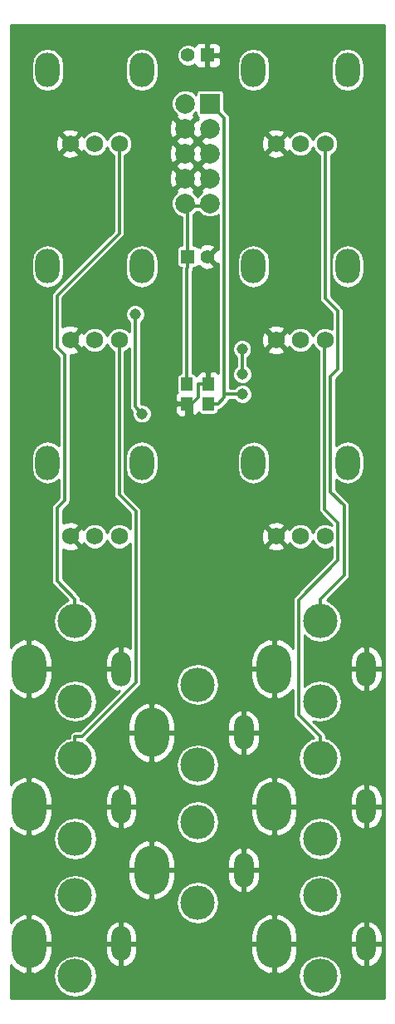
<source format=gtl>
G04 (created by PCBNEW (2013-07-07 BZR 4022)-stable) date 2014-05-25 11:14:29 PM*
%MOIN*%
G04 Gerber Fmt 3.4, Leading zero omitted, Abs format*
%FSLAX34Y34*%
G01*
G70*
G90*
G04 APERTURE LIST*
%ADD10C,0.00590551*%
%ADD11R,0.045X0.055*%
%ADD12O,0.0984252X0.137795*%
%ADD13C,0.0688976*%
%ADD14O,0.137795X0.19685*%
%ADD15O,0.0787402X0.137795*%
%ADD16O,0.137795X0.137795*%
%ADD17C,0.0787*%
%ADD18R,0.0787X0.0787*%
%ADD19R,0.0551181X0.0551181*%
%ADD20C,0.0551181*%
%ADD21C,0.045*%
%ADD22C,0.012*%
%ADD23C,0.01*%
G04 APERTURE END LIST*
G54D10*
G54D11*
X87567Y-56692D03*
X88417Y-56692D03*
X87567Y-57480D03*
X88417Y-57480D03*
G54D12*
X85748Y-59842D03*
X81968Y-59842D03*
G54D13*
X84842Y-62795D03*
X83858Y-62795D03*
X82874Y-62795D03*
G54D12*
X85748Y-51968D03*
X81968Y-51968D03*
G54D13*
X84842Y-54921D03*
X83858Y-54921D03*
X82874Y-54921D03*
G54D12*
X85748Y-44094D03*
X81968Y-44094D03*
G54D13*
X84842Y-47047D03*
X83858Y-47047D03*
X82874Y-47047D03*
G54D12*
X94015Y-44094D03*
X90236Y-44094D03*
G54D13*
X93110Y-47047D03*
X92125Y-47047D03*
X91141Y-47047D03*
G54D12*
X94015Y-51968D03*
X90236Y-51968D03*
G54D13*
X93110Y-54921D03*
X92125Y-54921D03*
X91141Y-54921D03*
G54D12*
X94015Y-59842D03*
X90236Y-59842D03*
G54D13*
X93110Y-62795D03*
X92125Y-62795D03*
X91141Y-62795D03*
G54D14*
X81220Y-68110D03*
G54D15*
X84921Y-68110D03*
G54D16*
X83070Y-66181D03*
X83070Y-69409D03*
G54D14*
X86141Y-76181D03*
G54D15*
X89842Y-76181D03*
G54D16*
X87992Y-74251D03*
X87992Y-77480D03*
G54D14*
X91062Y-79133D03*
G54D15*
X94763Y-79133D03*
G54D16*
X92913Y-77204D03*
X92913Y-80433D03*
G54D14*
X91062Y-73622D03*
G54D15*
X94763Y-73622D03*
G54D16*
X92913Y-71692D03*
X92913Y-74921D03*
G54D14*
X91062Y-68110D03*
G54D15*
X94763Y-68110D03*
G54D16*
X92913Y-66181D03*
X92913Y-69409D03*
G54D14*
X86141Y-70669D03*
G54D15*
X89842Y-70669D03*
G54D16*
X87992Y-68740D03*
X87992Y-71968D03*
G54D14*
X81220Y-79133D03*
G54D15*
X84921Y-79133D03*
G54D16*
X83070Y-77204D03*
X83070Y-80433D03*
G54D14*
X81220Y-73622D03*
G54D15*
X84921Y-73622D03*
G54D16*
X83070Y-71692D03*
X83070Y-74921D03*
G54D17*
X88492Y-48440D03*
X88492Y-47440D03*
X88492Y-49440D03*
X88492Y-46440D03*
G54D18*
X88492Y-45440D03*
G54D17*
X87492Y-45440D03*
X87492Y-46440D03*
X87492Y-47440D03*
X87492Y-48440D03*
X87492Y-49440D03*
G54D19*
X88385Y-43503D03*
G54D20*
X87598Y-43503D03*
G54D19*
X87598Y-51574D03*
G54D20*
X88385Y-51574D03*
G54D21*
X89795Y-57098D03*
X86181Y-56732D03*
X87749Y-58104D03*
X85756Y-57874D03*
X85478Y-53886D03*
X89775Y-55284D03*
X89797Y-56294D03*
G54D22*
X87598Y-51574D02*
X87598Y-52030D01*
X87567Y-52061D02*
X87598Y-52030D01*
X87567Y-56692D02*
X87567Y-52061D01*
X88385Y-49547D02*
X88492Y-49440D01*
X87598Y-49547D02*
X88385Y-49547D01*
X87598Y-51574D02*
X87598Y-49547D01*
X87598Y-49547D02*
X87492Y-49440D01*
X88417Y-57480D02*
X88822Y-57480D01*
X89068Y-57098D02*
X89795Y-57098D01*
X89068Y-46017D02*
X89068Y-57098D01*
X88492Y-45440D02*
X89068Y-46017D01*
X89068Y-57234D02*
X88822Y-57480D01*
X89068Y-57098D02*
X89068Y-57234D01*
X87567Y-57480D02*
X87749Y-57480D01*
X88012Y-57218D02*
X88012Y-56692D01*
X87749Y-57480D02*
X88012Y-57218D01*
X88417Y-56692D02*
X88012Y-56692D01*
X87749Y-58104D02*
X87749Y-57480D01*
X92913Y-66181D02*
X92913Y-65312D01*
X93110Y-53245D02*
X93110Y-47047D01*
X93635Y-53771D02*
X93110Y-53245D01*
X93635Y-56082D02*
X93635Y-53771D01*
X93337Y-56381D02*
X93635Y-56082D01*
X93337Y-61006D02*
X93337Y-56381D01*
X93875Y-61545D02*
X93337Y-61006D01*
X93875Y-64350D02*
X93875Y-61545D01*
X92913Y-65312D02*
X93875Y-64350D01*
X93081Y-54950D02*
X93110Y-54921D01*
X93081Y-61708D02*
X93081Y-54950D01*
X93635Y-62261D02*
X93081Y-61708D01*
X93635Y-63751D02*
X93635Y-62261D01*
X92044Y-65342D02*
X93635Y-63751D01*
X92044Y-69954D02*
X92044Y-65342D01*
X92913Y-70823D02*
X92044Y-69954D01*
X92913Y-71692D02*
X92913Y-70823D01*
X85478Y-57595D02*
X85756Y-57874D01*
X85478Y-53886D02*
X85478Y-57595D01*
X84842Y-61119D02*
X84842Y-54921D01*
X85506Y-61783D02*
X84842Y-61119D01*
X85506Y-68659D02*
X85506Y-61783D01*
X83342Y-70823D02*
X85506Y-68659D01*
X83070Y-70823D02*
X83342Y-70823D01*
X83070Y-71692D02*
X83070Y-70823D01*
X84842Y-50639D02*
X84842Y-47047D01*
X82340Y-53142D02*
X84842Y-50639D01*
X82340Y-55217D02*
X82340Y-53142D01*
X82647Y-55524D02*
X82340Y-55217D01*
X82647Y-61346D02*
X82647Y-55524D01*
X82349Y-61644D02*
X82647Y-61346D01*
X82349Y-64590D02*
X82349Y-61644D01*
X83070Y-65312D02*
X82349Y-64590D01*
X83070Y-66181D02*
X83070Y-65312D01*
X89775Y-56273D02*
X89775Y-55284D01*
X89797Y-56294D02*
X89775Y-56273D01*
G54D10*
G36*
X88838Y-56260D02*
X88783Y-56205D01*
X88691Y-56167D01*
X88683Y-56167D01*
X88529Y-56167D01*
X88467Y-56230D01*
X88467Y-56642D01*
X88475Y-56642D01*
X88475Y-56742D01*
X88467Y-56742D01*
X88467Y-56750D01*
X88367Y-56750D01*
X88367Y-56742D01*
X88359Y-56742D01*
X88359Y-56642D01*
X88367Y-56642D01*
X88367Y-56230D01*
X88304Y-56167D01*
X88142Y-56167D01*
X88050Y-56205D01*
X87980Y-56276D01*
X87948Y-56351D01*
X87936Y-56321D01*
X87888Y-56273D01*
X87826Y-56247D01*
X87797Y-56247D01*
X87797Y-52139D01*
X87797Y-52139D01*
X87810Y-52118D01*
X87828Y-52030D01*
X87828Y-52030D01*
X87828Y-52030D01*
X87828Y-52020D01*
X87907Y-52020D01*
X87970Y-51994D01*
X88009Y-51955D01*
X88042Y-51988D01*
X88088Y-51943D01*
X88112Y-52035D01*
X88309Y-52105D01*
X88518Y-52093D01*
X88658Y-52035D01*
X88683Y-51943D01*
X88385Y-51645D01*
X88380Y-51651D01*
X88309Y-51580D01*
X88315Y-51574D01*
X88309Y-51569D01*
X88380Y-51498D01*
X88385Y-51504D01*
X88683Y-51206D01*
X88658Y-51113D01*
X88461Y-51044D01*
X88252Y-51055D01*
X88112Y-51113D01*
X88088Y-51206D01*
X88042Y-51161D01*
X88009Y-51194D01*
X87970Y-51155D01*
X87907Y-51129D01*
X87840Y-51129D01*
X87828Y-51129D01*
X87828Y-49901D01*
X87952Y-49777D01*
X88031Y-49777D01*
X88172Y-49918D01*
X88379Y-50004D01*
X88603Y-50004D01*
X88810Y-49918D01*
X88838Y-49891D01*
X88838Y-51299D01*
X88754Y-51277D01*
X88683Y-51348D01*
X88456Y-51574D01*
X88754Y-51872D01*
X88838Y-51850D01*
X88838Y-56260D01*
X88838Y-56260D01*
G37*
G54D23*
X88838Y-56260D02*
X88783Y-56205D01*
X88691Y-56167D01*
X88683Y-56167D01*
X88529Y-56167D01*
X88467Y-56230D01*
X88467Y-56642D01*
X88475Y-56642D01*
X88475Y-56742D01*
X88467Y-56742D01*
X88467Y-56750D01*
X88367Y-56750D01*
X88367Y-56742D01*
X88359Y-56742D01*
X88359Y-56642D01*
X88367Y-56642D01*
X88367Y-56230D01*
X88304Y-56167D01*
X88142Y-56167D01*
X88050Y-56205D01*
X87980Y-56276D01*
X87948Y-56351D01*
X87936Y-56321D01*
X87888Y-56273D01*
X87826Y-56247D01*
X87797Y-56247D01*
X87797Y-52139D01*
X87797Y-52139D01*
X87810Y-52118D01*
X87828Y-52030D01*
X87828Y-52030D01*
X87828Y-52030D01*
X87828Y-52020D01*
X87907Y-52020D01*
X87970Y-51994D01*
X88009Y-51955D01*
X88042Y-51988D01*
X88088Y-51943D01*
X88112Y-52035D01*
X88309Y-52105D01*
X88518Y-52093D01*
X88658Y-52035D01*
X88683Y-51943D01*
X88385Y-51645D01*
X88380Y-51651D01*
X88309Y-51580D01*
X88315Y-51574D01*
X88309Y-51569D01*
X88380Y-51498D01*
X88385Y-51504D01*
X88683Y-51206D01*
X88658Y-51113D01*
X88461Y-51044D01*
X88252Y-51055D01*
X88112Y-51113D01*
X88088Y-51206D01*
X88042Y-51161D01*
X88009Y-51194D01*
X87970Y-51155D01*
X87907Y-51129D01*
X87840Y-51129D01*
X87828Y-51129D01*
X87828Y-49901D01*
X87952Y-49777D01*
X88031Y-49777D01*
X88172Y-49918D01*
X88379Y-50004D01*
X88603Y-50004D01*
X88810Y-49918D01*
X88838Y-49891D01*
X88838Y-51299D01*
X88754Y-51277D01*
X88683Y-51348D01*
X88456Y-51574D01*
X88754Y-51872D01*
X88838Y-51850D01*
X88838Y-56260D01*
G54D10*
G36*
X95499Y-81326D02*
X95407Y-81326D01*
X95407Y-79479D01*
X95407Y-79183D01*
X95407Y-79083D01*
X95407Y-78788D01*
X95407Y-73967D01*
X95407Y-73672D01*
X95407Y-73572D01*
X95407Y-73276D01*
X95407Y-68455D01*
X95407Y-68160D01*
X95407Y-68060D01*
X95407Y-67764D01*
X95339Y-67522D01*
X95183Y-67324D01*
X94963Y-67201D01*
X94913Y-67188D01*
X94813Y-67235D01*
X94813Y-68060D01*
X95407Y-68060D01*
X95407Y-68160D01*
X94813Y-68160D01*
X94813Y-68984D01*
X94913Y-69031D01*
X94963Y-69019D01*
X95183Y-68896D01*
X95339Y-68698D01*
X95407Y-68455D01*
X95407Y-73276D01*
X95339Y-73034D01*
X95183Y-72836D01*
X94963Y-72712D01*
X94913Y-72700D01*
X94813Y-72747D01*
X94813Y-73572D01*
X95407Y-73572D01*
X95407Y-73672D01*
X94813Y-73672D01*
X94813Y-74496D01*
X94913Y-74543D01*
X94963Y-74531D01*
X95183Y-74407D01*
X95339Y-74209D01*
X95407Y-73967D01*
X95407Y-78788D01*
X95339Y-78546D01*
X95183Y-78348D01*
X94963Y-78224D01*
X94913Y-78212D01*
X94813Y-78259D01*
X94813Y-79083D01*
X95407Y-79083D01*
X95407Y-79183D01*
X94813Y-79183D01*
X94813Y-80008D01*
X94913Y-80055D01*
X94963Y-80042D01*
X95183Y-79919D01*
X95339Y-79721D01*
X95407Y-79479D01*
X95407Y-81326D01*
X94713Y-81326D01*
X94713Y-80008D01*
X94713Y-79183D01*
X94713Y-79083D01*
X94713Y-78259D01*
X94713Y-74496D01*
X94713Y-73672D01*
X94713Y-73572D01*
X94713Y-72747D01*
X94713Y-68984D01*
X94713Y-68160D01*
X94713Y-68060D01*
X94713Y-67235D01*
X94677Y-67219D01*
X94677Y-60056D01*
X94677Y-59628D01*
X94677Y-52182D01*
X94677Y-51754D01*
X94677Y-44308D01*
X94677Y-43880D01*
X94627Y-43627D01*
X94483Y-43412D01*
X94269Y-43269D01*
X94015Y-43218D01*
X93762Y-43269D01*
X93547Y-43412D01*
X93404Y-43627D01*
X93353Y-43880D01*
X93353Y-44308D01*
X93404Y-44561D01*
X93547Y-44776D01*
X93762Y-44919D01*
X94015Y-44970D01*
X94269Y-44919D01*
X94483Y-44776D01*
X94627Y-44561D01*
X94677Y-44308D01*
X94677Y-51754D01*
X94627Y-51501D01*
X94483Y-51286D01*
X94269Y-51143D01*
X94015Y-51092D01*
X93762Y-51143D01*
X93547Y-51286D01*
X93404Y-51501D01*
X93353Y-51754D01*
X93353Y-52182D01*
X93404Y-52435D01*
X93547Y-52650D01*
X93762Y-52793D01*
X94015Y-52844D01*
X94269Y-52793D01*
X94483Y-52650D01*
X94627Y-52435D01*
X94677Y-52182D01*
X94677Y-59628D01*
X94627Y-59375D01*
X94483Y-59160D01*
X94269Y-59017D01*
X94015Y-58966D01*
X93762Y-59017D01*
X93567Y-59147D01*
X93567Y-56476D01*
X93798Y-56245D01*
X93798Y-56245D01*
X93798Y-56245D01*
X93848Y-56170D01*
X93848Y-56170D01*
X93865Y-56082D01*
X93865Y-53771D01*
X93848Y-53683D01*
X93848Y-53683D01*
X93798Y-53608D01*
X93340Y-53150D01*
X93340Y-47508D01*
X93401Y-47483D01*
X93546Y-47339D01*
X93624Y-47150D01*
X93624Y-46945D01*
X93546Y-46756D01*
X93402Y-46611D01*
X93213Y-46532D01*
X93008Y-46532D01*
X92819Y-46610D01*
X92674Y-46755D01*
X92618Y-46890D01*
X92562Y-46756D01*
X92417Y-46611D01*
X92228Y-46532D01*
X92024Y-46532D01*
X91834Y-46610D01*
X91690Y-46755D01*
X91679Y-46780D01*
X91659Y-46732D01*
X91559Y-46699D01*
X91489Y-46770D01*
X91489Y-46629D01*
X91456Y-46529D01*
X91234Y-46448D01*
X90997Y-46458D01*
X90898Y-46499D01*
X90898Y-44308D01*
X90898Y-43880D01*
X90847Y-43627D01*
X90704Y-43412D01*
X90489Y-43269D01*
X90236Y-43218D01*
X89982Y-43269D01*
X89768Y-43412D01*
X89624Y-43627D01*
X89574Y-43880D01*
X89574Y-44308D01*
X89624Y-44561D01*
X89768Y-44776D01*
X89982Y-44919D01*
X90236Y-44970D01*
X90489Y-44919D01*
X90704Y-44776D01*
X90847Y-44561D01*
X90898Y-44308D01*
X90898Y-46499D01*
X90827Y-46529D01*
X90794Y-46629D01*
X91141Y-46976D01*
X91489Y-46629D01*
X91489Y-46770D01*
X91212Y-47047D01*
X91559Y-47394D01*
X91659Y-47361D01*
X91678Y-47311D01*
X91689Y-47338D01*
X91834Y-47483D01*
X92023Y-47561D01*
X92227Y-47561D01*
X92417Y-47483D01*
X92561Y-47339D01*
X92618Y-47203D01*
X92673Y-47338D01*
X92818Y-47483D01*
X92880Y-47508D01*
X92880Y-53245D01*
X92897Y-53333D01*
X92947Y-53408D01*
X93405Y-53866D01*
X93405Y-54489D01*
X93402Y-54485D01*
X93213Y-54406D01*
X93008Y-54406D01*
X92819Y-54484D01*
X92674Y-54629D01*
X92618Y-54764D01*
X92562Y-54630D01*
X92417Y-54485D01*
X92228Y-54406D01*
X92024Y-54406D01*
X91834Y-54484D01*
X91690Y-54629D01*
X91679Y-54654D01*
X91659Y-54606D01*
X91559Y-54573D01*
X91489Y-54644D01*
X91489Y-54503D01*
X91489Y-47465D01*
X91141Y-47117D01*
X91071Y-47188D01*
X91071Y-47047D01*
X90723Y-46699D01*
X90623Y-46732D01*
X90542Y-46954D01*
X90552Y-47191D01*
X90623Y-47361D01*
X90723Y-47394D01*
X91071Y-47047D01*
X91071Y-47188D01*
X90794Y-47465D01*
X90827Y-47565D01*
X91049Y-47646D01*
X91285Y-47636D01*
X91456Y-47565D01*
X91489Y-47465D01*
X91489Y-54503D01*
X91456Y-54403D01*
X91234Y-54322D01*
X90997Y-54332D01*
X90898Y-54373D01*
X90898Y-52182D01*
X90898Y-51754D01*
X90847Y-51501D01*
X90704Y-51286D01*
X90489Y-51143D01*
X90236Y-51092D01*
X89982Y-51143D01*
X89768Y-51286D01*
X89624Y-51501D01*
X89574Y-51754D01*
X89574Y-52182D01*
X89624Y-52435D01*
X89768Y-52650D01*
X89982Y-52793D01*
X90236Y-52844D01*
X90489Y-52793D01*
X90704Y-52650D01*
X90847Y-52435D01*
X90898Y-52182D01*
X90898Y-54373D01*
X90827Y-54403D01*
X90794Y-54503D01*
X91141Y-54850D01*
X91489Y-54503D01*
X91489Y-54644D01*
X91212Y-54921D01*
X91559Y-55268D01*
X91659Y-55235D01*
X91678Y-55185D01*
X91689Y-55212D01*
X91834Y-55357D01*
X92023Y-55435D01*
X92227Y-55435D01*
X92417Y-55357D01*
X92561Y-55213D01*
X92618Y-55077D01*
X92673Y-55212D01*
X92818Y-55357D01*
X92851Y-55370D01*
X92851Y-61708D01*
X92869Y-61796D01*
X92918Y-61870D01*
X93405Y-62357D01*
X93405Y-62362D01*
X93402Y-62359D01*
X93213Y-62280D01*
X93008Y-62280D01*
X92819Y-62358D01*
X92674Y-62503D01*
X92618Y-62638D01*
X92562Y-62504D01*
X92417Y-62359D01*
X92228Y-62280D01*
X92024Y-62280D01*
X91834Y-62358D01*
X91690Y-62503D01*
X91679Y-62528D01*
X91659Y-62480D01*
X91559Y-62447D01*
X91489Y-62518D01*
X91489Y-62377D01*
X91489Y-55339D01*
X91141Y-54991D01*
X91071Y-55062D01*
X91071Y-54921D01*
X90723Y-54573D01*
X90623Y-54606D01*
X90542Y-54828D01*
X90552Y-55065D01*
X90623Y-55235D01*
X90723Y-55268D01*
X91071Y-54921D01*
X91071Y-55062D01*
X90794Y-55339D01*
X90827Y-55439D01*
X91049Y-55520D01*
X91285Y-55510D01*
X91456Y-55439D01*
X91489Y-55339D01*
X91489Y-62377D01*
X91456Y-62277D01*
X91234Y-62196D01*
X90997Y-62206D01*
X90898Y-62247D01*
X90898Y-60056D01*
X90898Y-59628D01*
X90847Y-59375D01*
X90704Y-59160D01*
X90489Y-59017D01*
X90236Y-58966D01*
X90192Y-58975D01*
X90192Y-56216D01*
X90132Y-56070D01*
X90021Y-55959D01*
X90005Y-55953D01*
X90005Y-55612D01*
X90110Y-55508D01*
X90170Y-55363D01*
X90170Y-55206D01*
X90110Y-55060D01*
X89999Y-54949D01*
X89854Y-54889D01*
X89697Y-54889D01*
X89552Y-54949D01*
X89441Y-55060D01*
X89380Y-55205D01*
X89380Y-55362D01*
X89440Y-55507D01*
X89545Y-55612D01*
X89545Y-55986D01*
X89462Y-56070D01*
X89402Y-56215D01*
X89401Y-56372D01*
X89461Y-56517D01*
X89572Y-56629D01*
X89718Y-56689D01*
X89875Y-56689D01*
X90020Y-56629D01*
X90131Y-56518D01*
X90191Y-56373D01*
X90192Y-56216D01*
X90192Y-58975D01*
X90190Y-58975D01*
X90190Y-57020D01*
X90130Y-56875D01*
X90019Y-56763D01*
X89874Y-56703D01*
X89717Y-56703D01*
X89572Y-56763D01*
X89467Y-56868D01*
X89298Y-56868D01*
X89298Y-46017D01*
X89280Y-45929D01*
X89230Y-45854D01*
X89230Y-45854D01*
X89055Y-45679D01*
X89055Y-45013D01*
X89029Y-44951D01*
X88982Y-44903D01*
X88919Y-44877D01*
X88911Y-44877D01*
X88911Y-43730D01*
X88911Y-43277D01*
X88911Y-43178D01*
X88873Y-43086D01*
X88802Y-43016D01*
X88710Y-42978D01*
X88498Y-42978D01*
X88435Y-43040D01*
X88435Y-43453D01*
X88848Y-43453D01*
X88911Y-43391D01*
X88911Y-43277D01*
X88911Y-43730D01*
X88911Y-43616D01*
X88848Y-43553D01*
X88435Y-43553D01*
X88435Y-43967D01*
X88498Y-44029D01*
X88710Y-44029D01*
X88802Y-43991D01*
X88873Y-43921D01*
X88911Y-43829D01*
X88911Y-43730D01*
X88911Y-44877D01*
X88851Y-44877D01*
X88335Y-44877D01*
X88335Y-43967D01*
X88335Y-43553D01*
X88327Y-43553D01*
X88327Y-43453D01*
X88335Y-43453D01*
X88335Y-43040D01*
X88273Y-42978D01*
X88060Y-42978D01*
X87968Y-43016D01*
X87898Y-43086D01*
X87872Y-43148D01*
X87851Y-43126D01*
X87687Y-43058D01*
X87510Y-43058D01*
X87346Y-43125D01*
X87220Y-43251D01*
X87152Y-43414D01*
X87152Y-43592D01*
X87220Y-43756D01*
X87345Y-43881D01*
X87509Y-43949D01*
X87686Y-43949D01*
X87850Y-43881D01*
X87872Y-43859D01*
X87898Y-43921D01*
X87968Y-43991D01*
X88060Y-44029D01*
X88273Y-44029D01*
X88335Y-43967D01*
X88335Y-44877D01*
X88064Y-44877D01*
X88002Y-44903D01*
X87954Y-44951D01*
X87928Y-45013D01*
X87928Y-45080D01*
X87811Y-44963D01*
X87604Y-44877D01*
X87380Y-44877D01*
X87173Y-44962D01*
X87014Y-45121D01*
X86928Y-45328D01*
X86928Y-45552D01*
X87014Y-45759D01*
X87144Y-45890D01*
X87109Y-45987D01*
X87492Y-46370D01*
X87875Y-45987D01*
X87839Y-45890D01*
X87928Y-45801D01*
X87928Y-45868D01*
X87954Y-45930D01*
X88002Y-45978D01*
X88020Y-45986D01*
X87993Y-46013D01*
X88038Y-46058D01*
X87992Y-46075D01*
X87945Y-46058D01*
X87562Y-46440D01*
X87945Y-46823D01*
X87992Y-46806D01*
X88038Y-46823D01*
X88421Y-46440D01*
X88415Y-46435D01*
X88486Y-46364D01*
X88492Y-46370D01*
X88497Y-46364D01*
X88568Y-46435D01*
X88562Y-46440D01*
X88568Y-46446D01*
X88497Y-46517D01*
X88492Y-46511D01*
X88421Y-46582D01*
X88109Y-46894D01*
X88126Y-46940D01*
X88109Y-46987D01*
X88492Y-47370D01*
X88497Y-47364D01*
X88568Y-47435D01*
X88562Y-47440D01*
X88568Y-47446D01*
X88497Y-47517D01*
X88492Y-47511D01*
X88421Y-47582D01*
X88421Y-47440D01*
X88038Y-47058D01*
X87992Y-47075D01*
X87945Y-47058D01*
X87875Y-47128D01*
X87875Y-46987D01*
X87857Y-46940D01*
X87875Y-46894D01*
X87492Y-46511D01*
X87421Y-46582D01*
X87421Y-46440D01*
X87038Y-46058D01*
X86933Y-46096D01*
X86844Y-46336D01*
X86853Y-46592D01*
X86933Y-46785D01*
X87038Y-46823D01*
X87421Y-46440D01*
X87421Y-46582D01*
X87109Y-46894D01*
X87126Y-46940D01*
X87109Y-46987D01*
X87492Y-47370D01*
X87875Y-46987D01*
X87875Y-47128D01*
X87562Y-47440D01*
X87945Y-47823D01*
X87992Y-47806D01*
X88038Y-47823D01*
X88421Y-47440D01*
X88421Y-47582D01*
X88109Y-47894D01*
X88126Y-47940D01*
X88109Y-47987D01*
X88492Y-48370D01*
X88497Y-48364D01*
X88568Y-48435D01*
X88562Y-48440D01*
X88568Y-48446D01*
X88497Y-48517D01*
X88492Y-48511D01*
X88421Y-48582D01*
X88421Y-48440D01*
X88038Y-48058D01*
X87992Y-48075D01*
X87945Y-48058D01*
X87875Y-48128D01*
X87875Y-47987D01*
X87857Y-47940D01*
X87875Y-47894D01*
X87492Y-47511D01*
X87421Y-47582D01*
X87421Y-47440D01*
X87038Y-47058D01*
X86933Y-47096D01*
X86844Y-47336D01*
X86853Y-47592D01*
X86933Y-47785D01*
X87038Y-47823D01*
X87421Y-47440D01*
X87421Y-47582D01*
X87109Y-47894D01*
X87126Y-47940D01*
X87109Y-47987D01*
X87492Y-48370D01*
X87875Y-47987D01*
X87875Y-48128D01*
X87562Y-48440D01*
X87945Y-48823D01*
X87992Y-48806D01*
X88038Y-48823D01*
X88421Y-48440D01*
X88421Y-48582D01*
X88109Y-48894D01*
X88144Y-48991D01*
X88014Y-49121D01*
X87992Y-49175D01*
X87970Y-49122D01*
X87839Y-48991D01*
X87875Y-48894D01*
X87492Y-48511D01*
X87421Y-48582D01*
X87421Y-48440D01*
X87038Y-48058D01*
X86933Y-48096D01*
X86844Y-48336D01*
X86853Y-48592D01*
X86933Y-48785D01*
X87038Y-48823D01*
X87421Y-48440D01*
X87421Y-48582D01*
X87109Y-48894D01*
X87144Y-48991D01*
X87014Y-49121D01*
X86928Y-49328D01*
X86928Y-49552D01*
X87014Y-49759D01*
X87172Y-49918D01*
X87368Y-49999D01*
X87368Y-51129D01*
X87289Y-51129D01*
X87226Y-51155D01*
X87178Y-51202D01*
X87152Y-51265D01*
X87152Y-51332D01*
X87152Y-51884D01*
X87178Y-51946D01*
X87226Y-51994D01*
X87288Y-52020D01*
X87345Y-52020D01*
X87337Y-52061D01*
X87337Y-56247D01*
X87308Y-56247D01*
X87245Y-56273D01*
X87198Y-56321D01*
X87172Y-56383D01*
X87172Y-56451D01*
X87172Y-57001D01*
X87178Y-57015D01*
X87130Y-57063D01*
X87092Y-57155D01*
X87092Y-57254D01*
X87092Y-57367D01*
X87154Y-57430D01*
X87517Y-57430D01*
X87517Y-57422D01*
X87617Y-57422D01*
X87617Y-57430D01*
X87625Y-57430D01*
X87625Y-57530D01*
X87617Y-57530D01*
X87617Y-57942D01*
X87679Y-58005D01*
X87841Y-58005D01*
X87933Y-57967D01*
X88003Y-57897D01*
X88035Y-57821D01*
X88047Y-57851D01*
X88095Y-57899D01*
X88158Y-57925D01*
X88225Y-57925D01*
X88675Y-57925D01*
X88738Y-57899D01*
X88786Y-57851D01*
X88812Y-57789D01*
X88812Y-57721D01*
X88812Y-57710D01*
X88822Y-57710D01*
X88910Y-57692D01*
X88910Y-57692D01*
X88984Y-57642D01*
X89230Y-57396D01*
X89230Y-57396D01*
X89230Y-57396D01*
X89276Y-57328D01*
X89467Y-57328D01*
X89571Y-57433D01*
X89716Y-57493D01*
X89874Y-57493D01*
X90019Y-57433D01*
X90130Y-57322D01*
X90190Y-57177D01*
X90190Y-57020D01*
X90190Y-58975D01*
X89982Y-59017D01*
X89768Y-59160D01*
X89624Y-59375D01*
X89574Y-59628D01*
X89574Y-60056D01*
X89624Y-60309D01*
X89768Y-60524D01*
X89982Y-60667D01*
X90236Y-60718D01*
X90489Y-60667D01*
X90704Y-60524D01*
X90847Y-60309D01*
X90898Y-60056D01*
X90898Y-62247D01*
X90827Y-62277D01*
X90794Y-62377D01*
X91141Y-62724D01*
X91489Y-62377D01*
X91489Y-62518D01*
X91212Y-62795D01*
X91559Y-63142D01*
X91659Y-63109D01*
X91678Y-63059D01*
X91689Y-63086D01*
X91834Y-63231D01*
X92023Y-63309D01*
X92227Y-63309D01*
X92417Y-63231D01*
X92561Y-63087D01*
X92618Y-62951D01*
X92673Y-63086D01*
X92818Y-63231D01*
X93007Y-63309D01*
X93212Y-63309D01*
X93401Y-63231D01*
X93405Y-63227D01*
X93405Y-63656D01*
X91881Y-65179D01*
X91831Y-65254D01*
X91814Y-65342D01*
X91814Y-67279D01*
X91691Y-67115D01*
X91489Y-66995D01*
X91489Y-63213D01*
X91141Y-62865D01*
X91071Y-62936D01*
X91071Y-62795D01*
X90723Y-62447D01*
X90623Y-62480D01*
X90542Y-62702D01*
X90552Y-62939D01*
X90623Y-63109D01*
X90723Y-63142D01*
X91071Y-62795D01*
X91071Y-62936D01*
X90794Y-63213D01*
X90827Y-63313D01*
X91049Y-63394D01*
X91285Y-63384D01*
X91456Y-63313D01*
X91489Y-63213D01*
X91489Y-66995D01*
X91376Y-66928D01*
X91259Y-66896D01*
X91112Y-66939D01*
X91112Y-68060D01*
X91120Y-68060D01*
X91120Y-68160D01*
X91112Y-68160D01*
X91112Y-69280D01*
X91259Y-69323D01*
X91376Y-69292D01*
X91691Y-69104D01*
X91814Y-68941D01*
X91814Y-69954D01*
X91831Y-70042D01*
X91881Y-70117D01*
X92647Y-70883D01*
X92567Y-70899D01*
X92289Y-71085D01*
X92102Y-71364D01*
X92037Y-71692D01*
X92102Y-72021D01*
X92289Y-72300D01*
X92567Y-72486D01*
X92896Y-72551D01*
X92930Y-72551D01*
X93258Y-72486D01*
X93537Y-72300D01*
X93723Y-72021D01*
X93789Y-71692D01*
X93723Y-71364D01*
X93537Y-71085D01*
X93258Y-70899D01*
X93143Y-70876D01*
X93143Y-70823D01*
X93125Y-70735D01*
X93125Y-70735D01*
X93076Y-70661D01*
X92630Y-70215D01*
X92896Y-70268D01*
X92930Y-70268D01*
X93258Y-70203D01*
X93537Y-70016D01*
X93723Y-69738D01*
X93789Y-69409D01*
X93723Y-69080D01*
X93537Y-68802D01*
X93258Y-68615D01*
X92930Y-68550D01*
X92896Y-68550D01*
X92567Y-68615D01*
X92289Y-68802D01*
X92274Y-68824D01*
X92274Y-66765D01*
X92289Y-66788D01*
X92567Y-66974D01*
X92896Y-67040D01*
X92930Y-67040D01*
X93258Y-66974D01*
X93537Y-66788D01*
X93723Y-66509D01*
X93789Y-66181D01*
X93723Y-65852D01*
X93537Y-65573D01*
X93258Y-65387D01*
X93179Y-65371D01*
X94037Y-64512D01*
X94037Y-64512D01*
X94037Y-64512D01*
X94087Y-64438D01*
X94087Y-64438D01*
X94105Y-64350D01*
X94105Y-61545D01*
X94105Y-61545D01*
X94105Y-61545D01*
X94087Y-61457D01*
X94037Y-61382D01*
X94037Y-61382D01*
X93567Y-60911D01*
X93567Y-60537D01*
X93762Y-60667D01*
X94015Y-60718D01*
X94269Y-60667D01*
X94483Y-60524D01*
X94627Y-60309D01*
X94677Y-60056D01*
X94677Y-67219D01*
X94614Y-67188D01*
X94563Y-67201D01*
X94343Y-67324D01*
X94188Y-67522D01*
X94120Y-67764D01*
X94120Y-68060D01*
X94713Y-68060D01*
X94713Y-68160D01*
X94120Y-68160D01*
X94120Y-68455D01*
X94188Y-68698D01*
X94343Y-68896D01*
X94563Y-69019D01*
X94614Y-69031D01*
X94713Y-68984D01*
X94713Y-72747D01*
X94614Y-72700D01*
X94563Y-72712D01*
X94343Y-72836D01*
X94188Y-73034D01*
X94120Y-73276D01*
X94120Y-73572D01*
X94713Y-73572D01*
X94713Y-73672D01*
X94120Y-73672D01*
X94120Y-73967D01*
X94188Y-74209D01*
X94343Y-74407D01*
X94563Y-74531D01*
X94614Y-74543D01*
X94713Y-74496D01*
X94713Y-78259D01*
X94614Y-78212D01*
X94563Y-78224D01*
X94343Y-78348D01*
X94188Y-78546D01*
X94120Y-78788D01*
X94120Y-79083D01*
X94713Y-79083D01*
X94713Y-79183D01*
X94120Y-79183D01*
X94120Y-79479D01*
X94188Y-79721D01*
X94343Y-79919D01*
X94563Y-80042D01*
X94614Y-80055D01*
X94713Y-80008D01*
X94713Y-81326D01*
X93789Y-81326D01*
X93789Y-80433D01*
X93789Y-77204D01*
X93789Y-74921D01*
X93723Y-74592D01*
X93537Y-74313D01*
X93258Y-74127D01*
X92930Y-74062D01*
X92896Y-74062D01*
X92567Y-74127D01*
X92289Y-74313D01*
X92102Y-74592D01*
X92037Y-74921D01*
X92102Y-75249D01*
X92289Y-75528D01*
X92567Y-75714D01*
X92896Y-75780D01*
X92930Y-75780D01*
X93258Y-75714D01*
X93537Y-75528D01*
X93723Y-75249D01*
X93789Y-74921D01*
X93789Y-77204D01*
X93723Y-76876D01*
X93537Y-76597D01*
X93258Y-76411D01*
X92930Y-76345D01*
X92896Y-76345D01*
X92567Y-76411D01*
X92289Y-76597D01*
X92102Y-76876D01*
X92037Y-77204D01*
X92102Y-77533D01*
X92289Y-77812D01*
X92567Y-77998D01*
X92896Y-78063D01*
X92930Y-78063D01*
X93258Y-77998D01*
X93537Y-77812D01*
X93723Y-77533D01*
X93789Y-77204D01*
X93789Y-80433D01*
X93723Y-80104D01*
X93537Y-79825D01*
X93258Y-79639D01*
X92930Y-79574D01*
X92896Y-79574D01*
X92567Y-79639D01*
X92289Y-79825D01*
X92102Y-80104D01*
X92037Y-80433D01*
X92102Y-80761D01*
X92289Y-81040D01*
X92567Y-81226D01*
X92896Y-81292D01*
X92930Y-81292D01*
X93258Y-81226D01*
X93537Y-81040D01*
X93723Y-80761D01*
X93789Y-80433D01*
X93789Y-81326D01*
X92001Y-81326D01*
X92001Y-79479D01*
X92001Y-79183D01*
X92001Y-79083D01*
X92001Y-78788D01*
X92001Y-73967D01*
X92001Y-73672D01*
X92001Y-73572D01*
X92001Y-73276D01*
X91911Y-72921D01*
X91691Y-72627D01*
X91376Y-72440D01*
X91259Y-72408D01*
X91112Y-72451D01*
X91112Y-73572D01*
X92001Y-73572D01*
X92001Y-73672D01*
X91112Y-73672D01*
X91112Y-74792D01*
X91259Y-74835D01*
X91376Y-74803D01*
X91691Y-74616D01*
X91911Y-74322D01*
X92001Y-73967D01*
X92001Y-78788D01*
X91911Y-78433D01*
X91691Y-78139D01*
X91376Y-77951D01*
X91259Y-77920D01*
X91112Y-77963D01*
X91112Y-79083D01*
X92001Y-79083D01*
X92001Y-79183D01*
X91112Y-79183D01*
X91112Y-80304D01*
X91259Y-80347D01*
X91376Y-80315D01*
X91691Y-80128D01*
X91911Y-79834D01*
X92001Y-79479D01*
X92001Y-81326D01*
X91012Y-81326D01*
X91012Y-80304D01*
X91012Y-79183D01*
X91012Y-79083D01*
X91012Y-77963D01*
X91012Y-74792D01*
X91012Y-73672D01*
X91012Y-73572D01*
X91012Y-72451D01*
X91012Y-69280D01*
X91012Y-68160D01*
X91012Y-68060D01*
X91012Y-66939D01*
X90866Y-66896D01*
X90749Y-66928D01*
X90434Y-67115D01*
X90214Y-67409D01*
X90124Y-67764D01*
X90124Y-68060D01*
X91012Y-68060D01*
X91012Y-68160D01*
X90124Y-68160D01*
X90124Y-68455D01*
X90214Y-68811D01*
X90434Y-69104D01*
X90749Y-69292D01*
X90866Y-69323D01*
X91012Y-69280D01*
X91012Y-72451D01*
X90866Y-72408D01*
X90749Y-72440D01*
X90486Y-72596D01*
X90486Y-71014D01*
X90486Y-70719D01*
X90486Y-70619D01*
X90486Y-70324D01*
X90418Y-70081D01*
X90262Y-69883D01*
X90042Y-69760D01*
X89992Y-69747D01*
X89892Y-69794D01*
X89892Y-70619D01*
X90486Y-70619D01*
X90486Y-70719D01*
X89892Y-70719D01*
X89892Y-71543D01*
X89992Y-71590D01*
X90042Y-71578D01*
X90262Y-71455D01*
X90418Y-71257D01*
X90486Y-71014D01*
X90486Y-72596D01*
X90434Y-72627D01*
X90214Y-72921D01*
X90124Y-73276D01*
X90124Y-73572D01*
X91012Y-73572D01*
X91012Y-73672D01*
X90124Y-73672D01*
X90124Y-73967D01*
X90214Y-74322D01*
X90434Y-74616D01*
X90749Y-74803D01*
X90866Y-74835D01*
X91012Y-74792D01*
X91012Y-77963D01*
X90866Y-77920D01*
X90749Y-77951D01*
X90486Y-78108D01*
X90486Y-76526D01*
X90486Y-76231D01*
X90486Y-76131D01*
X90486Y-75835D01*
X90418Y-75593D01*
X90262Y-75395D01*
X90042Y-75271D01*
X89992Y-75259D01*
X89892Y-75306D01*
X89892Y-76131D01*
X90486Y-76131D01*
X90486Y-76231D01*
X89892Y-76231D01*
X89892Y-77055D01*
X89992Y-77102D01*
X90042Y-77090D01*
X90262Y-76966D01*
X90418Y-76768D01*
X90486Y-76526D01*
X90486Y-78108D01*
X90434Y-78139D01*
X90214Y-78433D01*
X90124Y-78788D01*
X90124Y-79083D01*
X91012Y-79083D01*
X91012Y-79183D01*
X90124Y-79183D01*
X90124Y-79479D01*
X90214Y-79834D01*
X90434Y-80128D01*
X90749Y-80315D01*
X90866Y-80347D01*
X91012Y-80304D01*
X91012Y-81326D01*
X89792Y-81326D01*
X89792Y-77055D01*
X89792Y-76231D01*
X89792Y-76131D01*
X89792Y-75306D01*
X89792Y-71543D01*
X89792Y-70719D01*
X89792Y-70619D01*
X89792Y-69794D01*
X89692Y-69747D01*
X89642Y-69760D01*
X89422Y-69883D01*
X89266Y-70081D01*
X89198Y-70324D01*
X89198Y-70619D01*
X89792Y-70619D01*
X89792Y-70719D01*
X89198Y-70719D01*
X89198Y-71014D01*
X89266Y-71257D01*
X89422Y-71455D01*
X89642Y-71578D01*
X89692Y-71590D01*
X89792Y-71543D01*
X89792Y-75306D01*
X89692Y-75259D01*
X89642Y-75271D01*
X89422Y-75395D01*
X89266Y-75593D01*
X89198Y-75835D01*
X89198Y-76131D01*
X89792Y-76131D01*
X89792Y-76231D01*
X89198Y-76231D01*
X89198Y-76526D01*
X89266Y-76768D01*
X89422Y-76966D01*
X89642Y-77090D01*
X89692Y-77102D01*
X89792Y-77055D01*
X89792Y-81326D01*
X88867Y-81326D01*
X88867Y-77480D01*
X88867Y-74251D01*
X88867Y-71968D01*
X88867Y-68740D01*
X88802Y-68411D01*
X88616Y-68132D01*
X88337Y-67946D01*
X88008Y-67881D01*
X87975Y-67881D01*
X87646Y-67946D01*
X87517Y-68033D01*
X87517Y-57942D01*
X87517Y-57530D01*
X87154Y-57530D01*
X87092Y-57592D01*
X87092Y-57705D01*
X87092Y-57805D01*
X87130Y-57897D01*
X87200Y-57967D01*
X87292Y-58005D01*
X87454Y-58005D01*
X87517Y-57942D01*
X87517Y-68033D01*
X87367Y-68132D01*
X87181Y-68411D01*
X87116Y-68740D01*
X87181Y-69068D01*
X87367Y-69347D01*
X87646Y-69533D01*
X87975Y-69599D01*
X88008Y-69599D01*
X88337Y-69533D01*
X88616Y-69347D01*
X88802Y-69068D01*
X88867Y-68740D01*
X88867Y-71968D01*
X88802Y-71639D01*
X88616Y-71361D01*
X88337Y-71174D01*
X88008Y-71109D01*
X87975Y-71109D01*
X87646Y-71174D01*
X87367Y-71361D01*
X87181Y-71639D01*
X87116Y-71968D01*
X87181Y-72297D01*
X87367Y-72575D01*
X87646Y-72762D01*
X87975Y-72827D01*
X88008Y-72827D01*
X88337Y-72762D01*
X88616Y-72575D01*
X88802Y-72297D01*
X88867Y-71968D01*
X88867Y-74251D01*
X88802Y-73923D01*
X88616Y-73644D01*
X88337Y-73458D01*
X88008Y-73392D01*
X87975Y-73392D01*
X87646Y-73458D01*
X87367Y-73644D01*
X87181Y-73923D01*
X87116Y-74251D01*
X87181Y-74580D01*
X87367Y-74859D01*
X87646Y-75045D01*
X87975Y-75110D01*
X88008Y-75110D01*
X88337Y-75045D01*
X88616Y-74859D01*
X88802Y-74580D01*
X88867Y-74251D01*
X88867Y-77480D01*
X88802Y-77151D01*
X88616Y-76872D01*
X88337Y-76686D01*
X88008Y-76621D01*
X87975Y-76621D01*
X87646Y-76686D01*
X87367Y-76872D01*
X87181Y-77151D01*
X87116Y-77480D01*
X87181Y-77809D01*
X87367Y-78087D01*
X87646Y-78273D01*
X87975Y-78339D01*
X88008Y-78339D01*
X88337Y-78273D01*
X88616Y-78087D01*
X88802Y-77809D01*
X88867Y-77480D01*
X88867Y-81326D01*
X87080Y-81326D01*
X87080Y-76526D01*
X87080Y-76231D01*
X87080Y-76131D01*
X87080Y-75835D01*
X87080Y-71014D01*
X87080Y-70719D01*
X87080Y-70619D01*
X87080Y-70324D01*
X86990Y-69968D01*
X86770Y-69674D01*
X86454Y-69487D01*
X86410Y-69475D01*
X86410Y-60056D01*
X86410Y-59628D01*
X86410Y-52182D01*
X86410Y-51754D01*
X86410Y-44308D01*
X86410Y-43880D01*
X86359Y-43627D01*
X86216Y-43412D01*
X86001Y-43269D01*
X85748Y-43218D01*
X85494Y-43269D01*
X85279Y-43412D01*
X85136Y-43627D01*
X85085Y-43880D01*
X85085Y-44308D01*
X85136Y-44561D01*
X85279Y-44776D01*
X85494Y-44919D01*
X85748Y-44970D01*
X86001Y-44919D01*
X86216Y-44776D01*
X86359Y-44561D01*
X86410Y-44308D01*
X86410Y-51754D01*
X86359Y-51501D01*
X86216Y-51286D01*
X86001Y-51143D01*
X85748Y-51092D01*
X85494Y-51143D01*
X85357Y-51235D01*
X85357Y-46945D01*
X85278Y-46756D01*
X85134Y-46611D01*
X84945Y-46532D01*
X84740Y-46532D01*
X84551Y-46610D01*
X84406Y-46755D01*
X84350Y-46890D01*
X84294Y-46756D01*
X84150Y-46611D01*
X83961Y-46532D01*
X83756Y-46532D01*
X83567Y-46610D01*
X83422Y-46755D01*
X83411Y-46780D01*
X83392Y-46732D01*
X83292Y-46699D01*
X83221Y-46770D01*
X83221Y-46629D01*
X83188Y-46529D01*
X82966Y-46448D01*
X82730Y-46458D01*
X82630Y-46499D01*
X82630Y-44308D01*
X82630Y-43880D01*
X82580Y-43627D01*
X82436Y-43412D01*
X82221Y-43269D01*
X81968Y-43218D01*
X81715Y-43269D01*
X81500Y-43412D01*
X81356Y-43627D01*
X81306Y-43880D01*
X81306Y-44308D01*
X81356Y-44561D01*
X81500Y-44776D01*
X81715Y-44919D01*
X81968Y-44970D01*
X82221Y-44919D01*
X82436Y-44776D01*
X82580Y-44561D01*
X82630Y-44308D01*
X82630Y-46499D01*
X82559Y-46529D01*
X82526Y-46629D01*
X82874Y-46976D01*
X83221Y-46629D01*
X83221Y-46770D01*
X82944Y-47047D01*
X83292Y-47394D01*
X83392Y-47361D01*
X83410Y-47311D01*
X83421Y-47338D01*
X83566Y-47483D01*
X83755Y-47561D01*
X83960Y-47561D01*
X84149Y-47483D01*
X84294Y-47339D01*
X84350Y-47203D01*
X84406Y-47338D01*
X84550Y-47483D01*
X84612Y-47508D01*
X84612Y-50544D01*
X83221Y-51935D01*
X83221Y-47465D01*
X82874Y-47117D01*
X82803Y-47188D01*
X82803Y-47047D01*
X82455Y-46699D01*
X82355Y-46732D01*
X82274Y-46954D01*
X82285Y-47191D01*
X82355Y-47361D01*
X82455Y-47394D01*
X82803Y-47047D01*
X82803Y-47188D01*
X82526Y-47465D01*
X82559Y-47565D01*
X82781Y-47646D01*
X83017Y-47636D01*
X83188Y-47565D01*
X83221Y-47465D01*
X83221Y-51935D01*
X82630Y-52526D01*
X82630Y-52182D01*
X82630Y-51754D01*
X82580Y-51501D01*
X82436Y-51286D01*
X82221Y-51143D01*
X81968Y-51092D01*
X81715Y-51143D01*
X81500Y-51286D01*
X81356Y-51501D01*
X81306Y-51754D01*
X81306Y-52182D01*
X81356Y-52435D01*
X81500Y-52650D01*
X81715Y-52793D01*
X81968Y-52844D01*
X82221Y-52793D01*
X82436Y-52650D01*
X82580Y-52435D01*
X82630Y-52182D01*
X82630Y-52526D01*
X82177Y-52979D01*
X82127Y-53054D01*
X82110Y-53142D01*
X82110Y-55217D01*
X82127Y-55305D01*
X82177Y-55380D01*
X82417Y-55620D01*
X82417Y-59147D01*
X82221Y-59017D01*
X81968Y-58966D01*
X81715Y-59017D01*
X81500Y-59160D01*
X81356Y-59375D01*
X81306Y-59628D01*
X81306Y-60056D01*
X81356Y-60309D01*
X81500Y-60524D01*
X81715Y-60667D01*
X81968Y-60718D01*
X82221Y-60667D01*
X82417Y-60537D01*
X82417Y-61251D01*
X82186Y-61481D01*
X82136Y-61556D01*
X82119Y-61644D01*
X82119Y-64590D01*
X82136Y-64678D01*
X82186Y-64752D01*
X82805Y-65371D01*
X82725Y-65387D01*
X82446Y-65573D01*
X82260Y-65852D01*
X82195Y-66181D01*
X82260Y-66509D01*
X82446Y-66788D01*
X82725Y-66974D01*
X83054Y-67040D01*
X83087Y-67040D01*
X83416Y-66974D01*
X83695Y-66788D01*
X83881Y-66509D01*
X83946Y-66181D01*
X83881Y-65852D01*
X83695Y-65573D01*
X83416Y-65387D01*
X83300Y-65364D01*
X83300Y-65312D01*
X83283Y-65223D01*
X83233Y-65149D01*
X83233Y-65149D01*
X82579Y-64494D01*
X82579Y-63320D01*
X82781Y-63394D01*
X83017Y-63384D01*
X83188Y-63313D01*
X83221Y-63213D01*
X82874Y-62865D01*
X82868Y-62871D01*
X82797Y-62800D01*
X82803Y-62795D01*
X82797Y-62789D01*
X82868Y-62718D01*
X82874Y-62724D01*
X83221Y-62377D01*
X83188Y-62277D01*
X82966Y-62196D01*
X82730Y-62206D01*
X82579Y-62269D01*
X82579Y-61739D01*
X82809Y-61508D01*
X82809Y-61508D01*
X82809Y-61508D01*
X82859Y-61434D01*
X82859Y-61434D01*
X82877Y-61346D01*
X82877Y-55524D01*
X82877Y-55524D01*
X82877Y-55524D01*
X82875Y-55516D01*
X83017Y-55510D01*
X83188Y-55439D01*
X83221Y-55339D01*
X82874Y-54991D01*
X82868Y-54997D01*
X82797Y-54926D01*
X82803Y-54921D01*
X82797Y-54915D01*
X82868Y-54844D01*
X82874Y-54850D01*
X83221Y-54503D01*
X83188Y-54403D01*
X82966Y-54322D01*
X82730Y-54332D01*
X82570Y-54398D01*
X82570Y-53237D01*
X85005Y-50802D01*
X85005Y-50802D01*
X85005Y-50802D01*
X85055Y-50727D01*
X85072Y-50639D01*
X85072Y-50639D01*
X85072Y-50639D01*
X85072Y-47508D01*
X85133Y-47483D01*
X85278Y-47339D01*
X85356Y-47150D01*
X85357Y-46945D01*
X85357Y-51235D01*
X85279Y-51286D01*
X85136Y-51501D01*
X85085Y-51754D01*
X85085Y-52182D01*
X85136Y-52435D01*
X85279Y-52650D01*
X85494Y-52793D01*
X85748Y-52844D01*
X86001Y-52793D01*
X86216Y-52650D01*
X86359Y-52435D01*
X86410Y-52182D01*
X86410Y-59628D01*
X86359Y-59375D01*
X86216Y-59160D01*
X86151Y-59117D01*
X86151Y-57795D01*
X86091Y-57650D01*
X85980Y-57539D01*
X85835Y-57479D01*
X85708Y-57478D01*
X85708Y-54214D01*
X85812Y-54110D01*
X85873Y-53965D01*
X85873Y-53808D01*
X85813Y-53662D01*
X85702Y-53551D01*
X85557Y-53491D01*
X85400Y-53491D01*
X85254Y-53551D01*
X85143Y-53662D01*
X85083Y-53807D01*
X85083Y-53964D01*
X85143Y-54109D01*
X85248Y-54214D01*
X85248Y-54599D01*
X85134Y-54485D01*
X84945Y-54406D01*
X84740Y-54406D01*
X84551Y-54484D01*
X84406Y-54629D01*
X84350Y-54764D01*
X84294Y-54630D01*
X84150Y-54485D01*
X83961Y-54406D01*
X83756Y-54406D01*
X83567Y-54484D01*
X83422Y-54629D01*
X83411Y-54654D01*
X83392Y-54606D01*
X83292Y-54573D01*
X82944Y-54921D01*
X83292Y-55268D01*
X83392Y-55235D01*
X83410Y-55185D01*
X83421Y-55212D01*
X83566Y-55357D01*
X83755Y-55435D01*
X83960Y-55435D01*
X84149Y-55357D01*
X84294Y-55213D01*
X84350Y-55077D01*
X84406Y-55212D01*
X84550Y-55357D01*
X84612Y-55382D01*
X84612Y-61119D01*
X84630Y-61207D01*
X84679Y-61282D01*
X85276Y-61878D01*
X85276Y-62501D01*
X85134Y-62359D01*
X84945Y-62280D01*
X84740Y-62280D01*
X84551Y-62358D01*
X84406Y-62503D01*
X84350Y-62638D01*
X84294Y-62504D01*
X84150Y-62359D01*
X83961Y-62280D01*
X83756Y-62280D01*
X83567Y-62358D01*
X83422Y-62503D01*
X83411Y-62528D01*
X83392Y-62480D01*
X83292Y-62447D01*
X82944Y-62795D01*
X83292Y-63142D01*
X83392Y-63109D01*
X83410Y-63059D01*
X83421Y-63086D01*
X83566Y-63231D01*
X83755Y-63309D01*
X83960Y-63309D01*
X84149Y-63231D01*
X84294Y-63087D01*
X84350Y-62951D01*
X84406Y-63086D01*
X84550Y-63231D01*
X84739Y-63309D01*
X84944Y-63309D01*
X85133Y-63231D01*
X85276Y-63089D01*
X85276Y-67288D01*
X85121Y-67201D01*
X85071Y-67188D01*
X84971Y-67235D01*
X84971Y-68060D01*
X84979Y-68060D01*
X84979Y-68160D01*
X84971Y-68160D01*
X84971Y-68168D01*
X84871Y-68168D01*
X84871Y-68160D01*
X84871Y-68060D01*
X84871Y-67235D01*
X84771Y-67188D01*
X84721Y-67201D01*
X84501Y-67324D01*
X84345Y-67522D01*
X84277Y-67764D01*
X84277Y-68060D01*
X84871Y-68060D01*
X84871Y-68160D01*
X84277Y-68160D01*
X84277Y-68455D01*
X84345Y-68698D01*
X84501Y-68896D01*
X84721Y-69019D01*
X84771Y-69031D01*
X84843Y-68997D01*
X83946Y-69894D01*
X83946Y-69409D01*
X83881Y-69080D01*
X83695Y-68802D01*
X83416Y-68615D01*
X83087Y-68550D01*
X83054Y-68550D01*
X82725Y-68615D01*
X82446Y-68802D01*
X82260Y-69080D01*
X82195Y-69409D01*
X82260Y-69738D01*
X82446Y-70016D01*
X82725Y-70203D01*
X83054Y-70268D01*
X83087Y-70268D01*
X83416Y-70203D01*
X83695Y-70016D01*
X83881Y-69738D01*
X83946Y-69409D01*
X83946Y-69894D01*
X83247Y-70593D01*
X83070Y-70593D01*
X82982Y-70611D01*
X82908Y-70661D01*
X82858Y-70735D01*
X82840Y-70823D01*
X82840Y-70876D01*
X82725Y-70899D01*
X82446Y-71085D01*
X82260Y-71364D01*
X82195Y-71692D01*
X82260Y-72021D01*
X82446Y-72300D01*
X82725Y-72486D01*
X83054Y-72551D01*
X83087Y-72551D01*
X83416Y-72486D01*
X83695Y-72300D01*
X83881Y-72021D01*
X83946Y-71692D01*
X83881Y-71364D01*
X83695Y-71085D01*
X83521Y-70969D01*
X85669Y-68822D01*
X85669Y-68822D01*
X85669Y-68822D01*
X85718Y-68747D01*
X85736Y-68659D01*
X85736Y-68659D01*
X85736Y-68659D01*
X85736Y-61783D01*
X85718Y-61695D01*
X85718Y-61695D01*
X85669Y-61620D01*
X85072Y-61024D01*
X85072Y-55382D01*
X85133Y-55357D01*
X85248Y-55243D01*
X85248Y-57595D01*
X85265Y-57683D01*
X85315Y-57758D01*
X85361Y-57804D01*
X85361Y-57952D01*
X85421Y-58097D01*
X85532Y-58208D01*
X85677Y-58268D01*
X85834Y-58269D01*
X85979Y-58209D01*
X86091Y-58098D01*
X86151Y-57952D01*
X86151Y-57795D01*
X86151Y-59117D01*
X86001Y-59017D01*
X85748Y-58966D01*
X85494Y-59017D01*
X85279Y-59160D01*
X85136Y-59375D01*
X85085Y-59628D01*
X85085Y-60056D01*
X85136Y-60309D01*
X85279Y-60524D01*
X85494Y-60667D01*
X85748Y-60718D01*
X86001Y-60667D01*
X86216Y-60524D01*
X86359Y-60309D01*
X86410Y-60056D01*
X86410Y-69475D01*
X86337Y-69455D01*
X86191Y-69498D01*
X86191Y-70619D01*
X87080Y-70619D01*
X87080Y-70719D01*
X86191Y-70719D01*
X86191Y-71839D01*
X86337Y-71882D01*
X86454Y-71851D01*
X86770Y-71663D01*
X86990Y-71370D01*
X87080Y-71014D01*
X87080Y-75835D01*
X86990Y-75480D01*
X86770Y-75186D01*
X86454Y-74999D01*
X86337Y-74967D01*
X86191Y-75010D01*
X86191Y-76131D01*
X87080Y-76131D01*
X87080Y-76231D01*
X86191Y-76231D01*
X86191Y-77351D01*
X86337Y-77394D01*
X86454Y-77363D01*
X86770Y-77175D01*
X86990Y-76881D01*
X87080Y-76526D01*
X87080Y-81326D01*
X86091Y-81326D01*
X86091Y-77351D01*
X86091Y-76231D01*
X86091Y-76131D01*
X86091Y-75010D01*
X86091Y-71839D01*
X86091Y-70719D01*
X86091Y-70619D01*
X86091Y-69498D01*
X85945Y-69455D01*
X85828Y-69487D01*
X85513Y-69674D01*
X85293Y-69968D01*
X85202Y-70324D01*
X85202Y-70619D01*
X86091Y-70619D01*
X86091Y-70719D01*
X85202Y-70719D01*
X85202Y-71014D01*
X85293Y-71370D01*
X85513Y-71663D01*
X85828Y-71851D01*
X85945Y-71882D01*
X86091Y-71839D01*
X86091Y-75010D01*
X85945Y-74967D01*
X85828Y-74999D01*
X85564Y-75155D01*
X85564Y-73967D01*
X85564Y-73672D01*
X85564Y-73572D01*
X85564Y-73276D01*
X85496Y-73034D01*
X85341Y-72836D01*
X85121Y-72712D01*
X85071Y-72700D01*
X84971Y-72747D01*
X84971Y-73572D01*
X85564Y-73572D01*
X85564Y-73672D01*
X84971Y-73672D01*
X84971Y-74496D01*
X85071Y-74543D01*
X85121Y-74531D01*
X85341Y-74407D01*
X85496Y-74209D01*
X85564Y-73967D01*
X85564Y-75155D01*
X85513Y-75186D01*
X85293Y-75480D01*
X85202Y-75835D01*
X85202Y-76131D01*
X86091Y-76131D01*
X86091Y-76231D01*
X85202Y-76231D01*
X85202Y-76526D01*
X85293Y-76881D01*
X85513Y-77175D01*
X85828Y-77363D01*
X85945Y-77394D01*
X86091Y-77351D01*
X86091Y-81326D01*
X85564Y-81326D01*
X85564Y-79479D01*
X85564Y-79183D01*
X85564Y-79083D01*
X85564Y-78788D01*
X85496Y-78546D01*
X85341Y-78348D01*
X85121Y-78224D01*
X85071Y-78212D01*
X84971Y-78259D01*
X84971Y-79083D01*
X85564Y-79083D01*
X85564Y-79183D01*
X84971Y-79183D01*
X84971Y-80008D01*
X85071Y-80055D01*
X85121Y-80042D01*
X85341Y-79919D01*
X85496Y-79721D01*
X85564Y-79479D01*
X85564Y-81326D01*
X84871Y-81326D01*
X84871Y-80008D01*
X84871Y-79183D01*
X84871Y-79083D01*
X84871Y-78259D01*
X84871Y-74496D01*
X84871Y-73672D01*
X84871Y-73572D01*
X84871Y-72747D01*
X84771Y-72700D01*
X84721Y-72712D01*
X84501Y-72836D01*
X84345Y-73034D01*
X84277Y-73276D01*
X84277Y-73572D01*
X84871Y-73572D01*
X84871Y-73672D01*
X84277Y-73672D01*
X84277Y-73967D01*
X84345Y-74209D01*
X84501Y-74407D01*
X84721Y-74531D01*
X84771Y-74543D01*
X84871Y-74496D01*
X84871Y-78259D01*
X84771Y-78212D01*
X84721Y-78224D01*
X84501Y-78348D01*
X84345Y-78546D01*
X84277Y-78788D01*
X84277Y-79083D01*
X84871Y-79083D01*
X84871Y-79183D01*
X84277Y-79183D01*
X84277Y-79479D01*
X84345Y-79721D01*
X84501Y-79919D01*
X84721Y-80042D01*
X84771Y-80055D01*
X84871Y-80008D01*
X84871Y-81326D01*
X83946Y-81326D01*
X83946Y-80433D01*
X83946Y-77204D01*
X83946Y-74921D01*
X83881Y-74592D01*
X83695Y-74313D01*
X83416Y-74127D01*
X83087Y-74062D01*
X83054Y-74062D01*
X82725Y-74127D01*
X82446Y-74313D01*
X82260Y-74592D01*
X82195Y-74921D01*
X82260Y-75249D01*
X82446Y-75528D01*
X82725Y-75714D01*
X83054Y-75780D01*
X83087Y-75780D01*
X83416Y-75714D01*
X83695Y-75528D01*
X83881Y-75249D01*
X83946Y-74921D01*
X83946Y-77204D01*
X83881Y-76876D01*
X83695Y-76597D01*
X83416Y-76411D01*
X83087Y-76345D01*
X83054Y-76345D01*
X82725Y-76411D01*
X82446Y-76597D01*
X82260Y-76876D01*
X82195Y-77204D01*
X82260Y-77533D01*
X82446Y-77812D01*
X82725Y-77998D01*
X83054Y-78063D01*
X83087Y-78063D01*
X83416Y-77998D01*
X83695Y-77812D01*
X83881Y-77533D01*
X83946Y-77204D01*
X83946Y-80433D01*
X83881Y-80104D01*
X83695Y-79825D01*
X83416Y-79639D01*
X83087Y-79574D01*
X83054Y-79574D01*
X82725Y-79639D01*
X82446Y-79825D01*
X82260Y-80104D01*
X82195Y-80433D01*
X82260Y-80761D01*
X82446Y-81040D01*
X82725Y-81226D01*
X83054Y-81292D01*
X83087Y-81292D01*
X83416Y-81226D01*
X83695Y-81040D01*
X83881Y-80761D01*
X83946Y-80433D01*
X83946Y-81326D01*
X82159Y-81326D01*
X82159Y-79479D01*
X82159Y-79183D01*
X82159Y-79083D01*
X82159Y-78788D01*
X82159Y-73967D01*
X82159Y-73672D01*
X82159Y-73572D01*
X82159Y-73276D01*
X82159Y-68455D01*
X82159Y-68160D01*
X82159Y-68060D01*
X82159Y-67764D01*
X82068Y-67409D01*
X81849Y-67115D01*
X81533Y-66928D01*
X81416Y-66896D01*
X81270Y-66939D01*
X81270Y-68060D01*
X82159Y-68060D01*
X82159Y-68160D01*
X81270Y-68160D01*
X81270Y-69280D01*
X81416Y-69323D01*
X81533Y-69292D01*
X81849Y-69104D01*
X82068Y-68811D01*
X82159Y-68455D01*
X82159Y-73276D01*
X82068Y-72921D01*
X81849Y-72627D01*
X81533Y-72440D01*
X81416Y-72408D01*
X81270Y-72451D01*
X81270Y-73572D01*
X82159Y-73572D01*
X82159Y-73672D01*
X81270Y-73672D01*
X81270Y-74792D01*
X81416Y-74835D01*
X81533Y-74803D01*
X81849Y-74616D01*
X82068Y-74322D01*
X82159Y-73967D01*
X82159Y-78788D01*
X82068Y-78433D01*
X81849Y-78139D01*
X81533Y-77951D01*
X81416Y-77920D01*
X81270Y-77963D01*
X81270Y-79083D01*
X82159Y-79083D01*
X82159Y-79183D01*
X81270Y-79183D01*
X81270Y-80304D01*
X81416Y-80347D01*
X81533Y-80315D01*
X81849Y-80128D01*
X82068Y-79834D01*
X82159Y-79479D01*
X82159Y-81326D01*
X80484Y-81326D01*
X80484Y-79985D01*
X80591Y-80128D01*
X80907Y-80315D01*
X81024Y-80347D01*
X81170Y-80304D01*
X81170Y-79183D01*
X81162Y-79183D01*
X81162Y-79083D01*
X81170Y-79083D01*
X81170Y-77963D01*
X81024Y-77920D01*
X80907Y-77951D01*
X80591Y-78139D01*
X80484Y-78282D01*
X80484Y-74473D01*
X80591Y-74616D01*
X80907Y-74803D01*
X81024Y-74835D01*
X81170Y-74792D01*
X81170Y-73672D01*
X81162Y-73672D01*
X81162Y-73572D01*
X81170Y-73572D01*
X81170Y-72451D01*
X81024Y-72408D01*
X80907Y-72440D01*
X80591Y-72627D01*
X80484Y-72770D01*
X80484Y-68961D01*
X80591Y-69104D01*
X80907Y-69292D01*
X81024Y-69323D01*
X81170Y-69280D01*
X81170Y-68160D01*
X81162Y-68160D01*
X81162Y-68060D01*
X81170Y-68060D01*
X81170Y-66939D01*
X81024Y-66896D01*
X80907Y-66928D01*
X80591Y-67115D01*
X80484Y-67258D01*
X80484Y-42295D01*
X95499Y-42295D01*
X95499Y-81326D01*
X95499Y-81326D01*
G37*
G54D23*
X95499Y-81326D02*
X95407Y-81326D01*
X95407Y-79479D01*
X95407Y-79183D01*
X95407Y-79083D01*
X95407Y-78788D01*
X95407Y-73967D01*
X95407Y-73672D01*
X95407Y-73572D01*
X95407Y-73276D01*
X95407Y-68455D01*
X95407Y-68160D01*
X95407Y-68060D01*
X95407Y-67764D01*
X95339Y-67522D01*
X95183Y-67324D01*
X94963Y-67201D01*
X94913Y-67188D01*
X94813Y-67235D01*
X94813Y-68060D01*
X95407Y-68060D01*
X95407Y-68160D01*
X94813Y-68160D01*
X94813Y-68984D01*
X94913Y-69031D01*
X94963Y-69019D01*
X95183Y-68896D01*
X95339Y-68698D01*
X95407Y-68455D01*
X95407Y-73276D01*
X95339Y-73034D01*
X95183Y-72836D01*
X94963Y-72712D01*
X94913Y-72700D01*
X94813Y-72747D01*
X94813Y-73572D01*
X95407Y-73572D01*
X95407Y-73672D01*
X94813Y-73672D01*
X94813Y-74496D01*
X94913Y-74543D01*
X94963Y-74531D01*
X95183Y-74407D01*
X95339Y-74209D01*
X95407Y-73967D01*
X95407Y-78788D01*
X95339Y-78546D01*
X95183Y-78348D01*
X94963Y-78224D01*
X94913Y-78212D01*
X94813Y-78259D01*
X94813Y-79083D01*
X95407Y-79083D01*
X95407Y-79183D01*
X94813Y-79183D01*
X94813Y-80008D01*
X94913Y-80055D01*
X94963Y-80042D01*
X95183Y-79919D01*
X95339Y-79721D01*
X95407Y-79479D01*
X95407Y-81326D01*
X94713Y-81326D01*
X94713Y-80008D01*
X94713Y-79183D01*
X94713Y-79083D01*
X94713Y-78259D01*
X94713Y-74496D01*
X94713Y-73672D01*
X94713Y-73572D01*
X94713Y-72747D01*
X94713Y-68984D01*
X94713Y-68160D01*
X94713Y-68060D01*
X94713Y-67235D01*
X94677Y-67219D01*
X94677Y-60056D01*
X94677Y-59628D01*
X94677Y-52182D01*
X94677Y-51754D01*
X94677Y-44308D01*
X94677Y-43880D01*
X94627Y-43627D01*
X94483Y-43412D01*
X94269Y-43269D01*
X94015Y-43218D01*
X93762Y-43269D01*
X93547Y-43412D01*
X93404Y-43627D01*
X93353Y-43880D01*
X93353Y-44308D01*
X93404Y-44561D01*
X93547Y-44776D01*
X93762Y-44919D01*
X94015Y-44970D01*
X94269Y-44919D01*
X94483Y-44776D01*
X94627Y-44561D01*
X94677Y-44308D01*
X94677Y-51754D01*
X94627Y-51501D01*
X94483Y-51286D01*
X94269Y-51143D01*
X94015Y-51092D01*
X93762Y-51143D01*
X93547Y-51286D01*
X93404Y-51501D01*
X93353Y-51754D01*
X93353Y-52182D01*
X93404Y-52435D01*
X93547Y-52650D01*
X93762Y-52793D01*
X94015Y-52844D01*
X94269Y-52793D01*
X94483Y-52650D01*
X94627Y-52435D01*
X94677Y-52182D01*
X94677Y-59628D01*
X94627Y-59375D01*
X94483Y-59160D01*
X94269Y-59017D01*
X94015Y-58966D01*
X93762Y-59017D01*
X93567Y-59147D01*
X93567Y-56476D01*
X93798Y-56245D01*
X93798Y-56245D01*
X93798Y-56245D01*
X93848Y-56170D01*
X93848Y-56170D01*
X93865Y-56082D01*
X93865Y-53771D01*
X93848Y-53683D01*
X93848Y-53683D01*
X93798Y-53608D01*
X93340Y-53150D01*
X93340Y-47508D01*
X93401Y-47483D01*
X93546Y-47339D01*
X93624Y-47150D01*
X93624Y-46945D01*
X93546Y-46756D01*
X93402Y-46611D01*
X93213Y-46532D01*
X93008Y-46532D01*
X92819Y-46610D01*
X92674Y-46755D01*
X92618Y-46890D01*
X92562Y-46756D01*
X92417Y-46611D01*
X92228Y-46532D01*
X92024Y-46532D01*
X91834Y-46610D01*
X91690Y-46755D01*
X91679Y-46780D01*
X91659Y-46732D01*
X91559Y-46699D01*
X91489Y-46770D01*
X91489Y-46629D01*
X91456Y-46529D01*
X91234Y-46448D01*
X90997Y-46458D01*
X90898Y-46499D01*
X90898Y-44308D01*
X90898Y-43880D01*
X90847Y-43627D01*
X90704Y-43412D01*
X90489Y-43269D01*
X90236Y-43218D01*
X89982Y-43269D01*
X89768Y-43412D01*
X89624Y-43627D01*
X89574Y-43880D01*
X89574Y-44308D01*
X89624Y-44561D01*
X89768Y-44776D01*
X89982Y-44919D01*
X90236Y-44970D01*
X90489Y-44919D01*
X90704Y-44776D01*
X90847Y-44561D01*
X90898Y-44308D01*
X90898Y-46499D01*
X90827Y-46529D01*
X90794Y-46629D01*
X91141Y-46976D01*
X91489Y-46629D01*
X91489Y-46770D01*
X91212Y-47047D01*
X91559Y-47394D01*
X91659Y-47361D01*
X91678Y-47311D01*
X91689Y-47338D01*
X91834Y-47483D01*
X92023Y-47561D01*
X92227Y-47561D01*
X92417Y-47483D01*
X92561Y-47339D01*
X92618Y-47203D01*
X92673Y-47338D01*
X92818Y-47483D01*
X92880Y-47508D01*
X92880Y-53245D01*
X92897Y-53333D01*
X92947Y-53408D01*
X93405Y-53866D01*
X93405Y-54489D01*
X93402Y-54485D01*
X93213Y-54406D01*
X93008Y-54406D01*
X92819Y-54484D01*
X92674Y-54629D01*
X92618Y-54764D01*
X92562Y-54630D01*
X92417Y-54485D01*
X92228Y-54406D01*
X92024Y-54406D01*
X91834Y-54484D01*
X91690Y-54629D01*
X91679Y-54654D01*
X91659Y-54606D01*
X91559Y-54573D01*
X91489Y-54644D01*
X91489Y-54503D01*
X91489Y-47465D01*
X91141Y-47117D01*
X91071Y-47188D01*
X91071Y-47047D01*
X90723Y-46699D01*
X90623Y-46732D01*
X90542Y-46954D01*
X90552Y-47191D01*
X90623Y-47361D01*
X90723Y-47394D01*
X91071Y-47047D01*
X91071Y-47188D01*
X90794Y-47465D01*
X90827Y-47565D01*
X91049Y-47646D01*
X91285Y-47636D01*
X91456Y-47565D01*
X91489Y-47465D01*
X91489Y-54503D01*
X91456Y-54403D01*
X91234Y-54322D01*
X90997Y-54332D01*
X90898Y-54373D01*
X90898Y-52182D01*
X90898Y-51754D01*
X90847Y-51501D01*
X90704Y-51286D01*
X90489Y-51143D01*
X90236Y-51092D01*
X89982Y-51143D01*
X89768Y-51286D01*
X89624Y-51501D01*
X89574Y-51754D01*
X89574Y-52182D01*
X89624Y-52435D01*
X89768Y-52650D01*
X89982Y-52793D01*
X90236Y-52844D01*
X90489Y-52793D01*
X90704Y-52650D01*
X90847Y-52435D01*
X90898Y-52182D01*
X90898Y-54373D01*
X90827Y-54403D01*
X90794Y-54503D01*
X91141Y-54850D01*
X91489Y-54503D01*
X91489Y-54644D01*
X91212Y-54921D01*
X91559Y-55268D01*
X91659Y-55235D01*
X91678Y-55185D01*
X91689Y-55212D01*
X91834Y-55357D01*
X92023Y-55435D01*
X92227Y-55435D01*
X92417Y-55357D01*
X92561Y-55213D01*
X92618Y-55077D01*
X92673Y-55212D01*
X92818Y-55357D01*
X92851Y-55370D01*
X92851Y-61708D01*
X92869Y-61796D01*
X92918Y-61870D01*
X93405Y-62357D01*
X93405Y-62362D01*
X93402Y-62359D01*
X93213Y-62280D01*
X93008Y-62280D01*
X92819Y-62358D01*
X92674Y-62503D01*
X92618Y-62638D01*
X92562Y-62504D01*
X92417Y-62359D01*
X92228Y-62280D01*
X92024Y-62280D01*
X91834Y-62358D01*
X91690Y-62503D01*
X91679Y-62528D01*
X91659Y-62480D01*
X91559Y-62447D01*
X91489Y-62518D01*
X91489Y-62377D01*
X91489Y-55339D01*
X91141Y-54991D01*
X91071Y-55062D01*
X91071Y-54921D01*
X90723Y-54573D01*
X90623Y-54606D01*
X90542Y-54828D01*
X90552Y-55065D01*
X90623Y-55235D01*
X90723Y-55268D01*
X91071Y-54921D01*
X91071Y-55062D01*
X90794Y-55339D01*
X90827Y-55439D01*
X91049Y-55520D01*
X91285Y-55510D01*
X91456Y-55439D01*
X91489Y-55339D01*
X91489Y-62377D01*
X91456Y-62277D01*
X91234Y-62196D01*
X90997Y-62206D01*
X90898Y-62247D01*
X90898Y-60056D01*
X90898Y-59628D01*
X90847Y-59375D01*
X90704Y-59160D01*
X90489Y-59017D01*
X90236Y-58966D01*
X90192Y-58975D01*
X90192Y-56216D01*
X90132Y-56070D01*
X90021Y-55959D01*
X90005Y-55953D01*
X90005Y-55612D01*
X90110Y-55508D01*
X90170Y-55363D01*
X90170Y-55206D01*
X90110Y-55060D01*
X89999Y-54949D01*
X89854Y-54889D01*
X89697Y-54889D01*
X89552Y-54949D01*
X89441Y-55060D01*
X89380Y-55205D01*
X89380Y-55362D01*
X89440Y-55507D01*
X89545Y-55612D01*
X89545Y-55986D01*
X89462Y-56070D01*
X89402Y-56215D01*
X89401Y-56372D01*
X89461Y-56517D01*
X89572Y-56629D01*
X89718Y-56689D01*
X89875Y-56689D01*
X90020Y-56629D01*
X90131Y-56518D01*
X90191Y-56373D01*
X90192Y-56216D01*
X90192Y-58975D01*
X90190Y-58975D01*
X90190Y-57020D01*
X90130Y-56875D01*
X90019Y-56763D01*
X89874Y-56703D01*
X89717Y-56703D01*
X89572Y-56763D01*
X89467Y-56868D01*
X89298Y-56868D01*
X89298Y-46017D01*
X89280Y-45929D01*
X89230Y-45854D01*
X89230Y-45854D01*
X89055Y-45679D01*
X89055Y-45013D01*
X89029Y-44951D01*
X88982Y-44903D01*
X88919Y-44877D01*
X88911Y-44877D01*
X88911Y-43730D01*
X88911Y-43277D01*
X88911Y-43178D01*
X88873Y-43086D01*
X88802Y-43016D01*
X88710Y-42978D01*
X88498Y-42978D01*
X88435Y-43040D01*
X88435Y-43453D01*
X88848Y-43453D01*
X88911Y-43391D01*
X88911Y-43277D01*
X88911Y-43730D01*
X88911Y-43616D01*
X88848Y-43553D01*
X88435Y-43553D01*
X88435Y-43967D01*
X88498Y-44029D01*
X88710Y-44029D01*
X88802Y-43991D01*
X88873Y-43921D01*
X88911Y-43829D01*
X88911Y-43730D01*
X88911Y-44877D01*
X88851Y-44877D01*
X88335Y-44877D01*
X88335Y-43967D01*
X88335Y-43553D01*
X88327Y-43553D01*
X88327Y-43453D01*
X88335Y-43453D01*
X88335Y-43040D01*
X88273Y-42978D01*
X88060Y-42978D01*
X87968Y-43016D01*
X87898Y-43086D01*
X87872Y-43148D01*
X87851Y-43126D01*
X87687Y-43058D01*
X87510Y-43058D01*
X87346Y-43125D01*
X87220Y-43251D01*
X87152Y-43414D01*
X87152Y-43592D01*
X87220Y-43756D01*
X87345Y-43881D01*
X87509Y-43949D01*
X87686Y-43949D01*
X87850Y-43881D01*
X87872Y-43859D01*
X87898Y-43921D01*
X87968Y-43991D01*
X88060Y-44029D01*
X88273Y-44029D01*
X88335Y-43967D01*
X88335Y-44877D01*
X88064Y-44877D01*
X88002Y-44903D01*
X87954Y-44951D01*
X87928Y-45013D01*
X87928Y-45080D01*
X87811Y-44963D01*
X87604Y-44877D01*
X87380Y-44877D01*
X87173Y-44962D01*
X87014Y-45121D01*
X86928Y-45328D01*
X86928Y-45552D01*
X87014Y-45759D01*
X87144Y-45890D01*
X87109Y-45987D01*
X87492Y-46370D01*
X87875Y-45987D01*
X87839Y-45890D01*
X87928Y-45801D01*
X87928Y-45868D01*
X87954Y-45930D01*
X88002Y-45978D01*
X88020Y-45986D01*
X87993Y-46013D01*
X88038Y-46058D01*
X87992Y-46075D01*
X87945Y-46058D01*
X87562Y-46440D01*
X87945Y-46823D01*
X87992Y-46806D01*
X88038Y-46823D01*
X88421Y-46440D01*
X88415Y-46435D01*
X88486Y-46364D01*
X88492Y-46370D01*
X88497Y-46364D01*
X88568Y-46435D01*
X88562Y-46440D01*
X88568Y-46446D01*
X88497Y-46517D01*
X88492Y-46511D01*
X88421Y-46582D01*
X88109Y-46894D01*
X88126Y-46940D01*
X88109Y-46987D01*
X88492Y-47370D01*
X88497Y-47364D01*
X88568Y-47435D01*
X88562Y-47440D01*
X88568Y-47446D01*
X88497Y-47517D01*
X88492Y-47511D01*
X88421Y-47582D01*
X88421Y-47440D01*
X88038Y-47058D01*
X87992Y-47075D01*
X87945Y-47058D01*
X87875Y-47128D01*
X87875Y-46987D01*
X87857Y-46940D01*
X87875Y-46894D01*
X87492Y-46511D01*
X87421Y-46582D01*
X87421Y-46440D01*
X87038Y-46058D01*
X86933Y-46096D01*
X86844Y-46336D01*
X86853Y-46592D01*
X86933Y-46785D01*
X87038Y-46823D01*
X87421Y-46440D01*
X87421Y-46582D01*
X87109Y-46894D01*
X87126Y-46940D01*
X87109Y-46987D01*
X87492Y-47370D01*
X87875Y-46987D01*
X87875Y-47128D01*
X87562Y-47440D01*
X87945Y-47823D01*
X87992Y-47806D01*
X88038Y-47823D01*
X88421Y-47440D01*
X88421Y-47582D01*
X88109Y-47894D01*
X88126Y-47940D01*
X88109Y-47987D01*
X88492Y-48370D01*
X88497Y-48364D01*
X88568Y-48435D01*
X88562Y-48440D01*
X88568Y-48446D01*
X88497Y-48517D01*
X88492Y-48511D01*
X88421Y-48582D01*
X88421Y-48440D01*
X88038Y-48058D01*
X87992Y-48075D01*
X87945Y-48058D01*
X87875Y-48128D01*
X87875Y-47987D01*
X87857Y-47940D01*
X87875Y-47894D01*
X87492Y-47511D01*
X87421Y-47582D01*
X87421Y-47440D01*
X87038Y-47058D01*
X86933Y-47096D01*
X86844Y-47336D01*
X86853Y-47592D01*
X86933Y-47785D01*
X87038Y-47823D01*
X87421Y-47440D01*
X87421Y-47582D01*
X87109Y-47894D01*
X87126Y-47940D01*
X87109Y-47987D01*
X87492Y-48370D01*
X87875Y-47987D01*
X87875Y-48128D01*
X87562Y-48440D01*
X87945Y-48823D01*
X87992Y-48806D01*
X88038Y-48823D01*
X88421Y-48440D01*
X88421Y-48582D01*
X88109Y-48894D01*
X88144Y-48991D01*
X88014Y-49121D01*
X87992Y-49175D01*
X87970Y-49122D01*
X87839Y-48991D01*
X87875Y-48894D01*
X87492Y-48511D01*
X87421Y-48582D01*
X87421Y-48440D01*
X87038Y-48058D01*
X86933Y-48096D01*
X86844Y-48336D01*
X86853Y-48592D01*
X86933Y-48785D01*
X87038Y-48823D01*
X87421Y-48440D01*
X87421Y-48582D01*
X87109Y-48894D01*
X87144Y-48991D01*
X87014Y-49121D01*
X86928Y-49328D01*
X86928Y-49552D01*
X87014Y-49759D01*
X87172Y-49918D01*
X87368Y-49999D01*
X87368Y-51129D01*
X87289Y-51129D01*
X87226Y-51155D01*
X87178Y-51202D01*
X87152Y-51265D01*
X87152Y-51332D01*
X87152Y-51884D01*
X87178Y-51946D01*
X87226Y-51994D01*
X87288Y-52020D01*
X87345Y-52020D01*
X87337Y-52061D01*
X87337Y-56247D01*
X87308Y-56247D01*
X87245Y-56273D01*
X87198Y-56321D01*
X87172Y-56383D01*
X87172Y-56451D01*
X87172Y-57001D01*
X87178Y-57015D01*
X87130Y-57063D01*
X87092Y-57155D01*
X87092Y-57254D01*
X87092Y-57367D01*
X87154Y-57430D01*
X87517Y-57430D01*
X87517Y-57422D01*
X87617Y-57422D01*
X87617Y-57430D01*
X87625Y-57430D01*
X87625Y-57530D01*
X87617Y-57530D01*
X87617Y-57942D01*
X87679Y-58005D01*
X87841Y-58005D01*
X87933Y-57967D01*
X88003Y-57897D01*
X88035Y-57821D01*
X88047Y-57851D01*
X88095Y-57899D01*
X88158Y-57925D01*
X88225Y-57925D01*
X88675Y-57925D01*
X88738Y-57899D01*
X88786Y-57851D01*
X88812Y-57789D01*
X88812Y-57721D01*
X88812Y-57710D01*
X88822Y-57710D01*
X88910Y-57692D01*
X88910Y-57692D01*
X88984Y-57642D01*
X89230Y-57396D01*
X89230Y-57396D01*
X89230Y-57396D01*
X89276Y-57328D01*
X89467Y-57328D01*
X89571Y-57433D01*
X89716Y-57493D01*
X89874Y-57493D01*
X90019Y-57433D01*
X90130Y-57322D01*
X90190Y-57177D01*
X90190Y-57020D01*
X90190Y-58975D01*
X89982Y-59017D01*
X89768Y-59160D01*
X89624Y-59375D01*
X89574Y-59628D01*
X89574Y-60056D01*
X89624Y-60309D01*
X89768Y-60524D01*
X89982Y-60667D01*
X90236Y-60718D01*
X90489Y-60667D01*
X90704Y-60524D01*
X90847Y-60309D01*
X90898Y-60056D01*
X90898Y-62247D01*
X90827Y-62277D01*
X90794Y-62377D01*
X91141Y-62724D01*
X91489Y-62377D01*
X91489Y-62518D01*
X91212Y-62795D01*
X91559Y-63142D01*
X91659Y-63109D01*
X91678Y-63059D01*
X91689Y-63086D01*
X91834Y-63231D01*
X92023Y-63309D01*
X92227Y-63309D01*
X92417Y-63231D01*
X92561Y-63087D01*
X92618Y-62951D01*
X92673Y-63086D01*
X92818Y-63231D01*
X93007Y-63309D01*
X93212Y-63309D01*
X93401Y-63231D01*
X93405Y-63227D01*
X93405Y-63656D01*
X91881Y-65179D01*
X91831Y-65254D01*
X91814Y-65342D01*
X91814Y-67279D01*
X91691Y-67115D01*
X91489Y-66995D01*
X91489Y-63213D01*
X91141Y-62865D01*
X91071Y-62936D01*
X91071Y-62795D01*
X90723Y-62447D01*
X90623Y-62480D01*
X90542Y-62702D01*
X90552Y-62939D01*
X90623Y-63109D01*
X90723Y-63142D01*
X91071Y-62795D01*
X91071Y-62936D01*
X90794Y-63213D01*
X90827Y-63313D01*
X91049Y-63394D01*
X91285Y-63384D01*
X91456Y-63313D01*
X91489Y-63213D01*
X91489Y-66995D01*
X91376Y-66928D01*
X91259Y-66896D01*
X91112Y-66939D01*
X91112Y-68060D01*
X91120Y-68060D01*
X91120Y-68160D01*
X91112Y-68160D01*
X91112Y-69280D01*
X91259Y-69323D01*
X91376Y-69292D01*
X91691Y-69104D01*
X91814Y-68941D01*
X91814Y-69954D01*
X91831Y-70042D01*
X91881Y-70117D01*
X92647Y-70883D01*
X92567Y-70899D01*
X92289Y-71085D01*
X92102Y-71364D01*
X92037Y-71692D01*
X92102Y-72021D01*
X92289Y-72300D01*
X92567Y-72486D01*
X92896Y-72551D01*
X92930Y-72551D01*
X93258Y-72486D01*
X93537Y-72300D01*
X93723Y-72021D01*
X93789Y-71692D01*
X93723Y-71364D01*
X93537Y-71085D01*
X93258Y-70899D01*
X93143Y-70876D01*
X93143Y-70823D01*
X93125Y-70735D01*
X93125Y-70735D01*
X93076Y-70661D01*
X92630Y-70215D01*
X92896Y-70268D01*
X92930Y-70268D01*
X93258Y-70203D01*
X93537Y-70016D01*
X93723Y-69738D01*
X93789Y-69409D01*
X93723Y-69080D01*
X93537Y-68802D01*
X93258Y-68615D01*
X92930Y-68550D01*
X92896Y-68550D01*
X92567Y-68615D01*
X92289Y-68802D01*
X92274Y-68824D01*
X92274Y-66765D01*
X92289Y-66788D01*
X92567Y-66974D01*
X92896Y-67040D01*
X92930Y-67040D01*
X93258Y-66974D01*
X93537Y-66788D01*
X93723Y-66509D01*
X93789Y-66181D01*
X93723Y-65852D01*
X93537Y-65573D01*
X93258Y-65387D01*
X93179Y-65371D01*
X94037Y-64512D01*
X94037Y-64512D01*
X94037Y-64512D01*
X94087Y-64438D01*
X94087Y-64438D01*
X94105Y-64350D01*
X94105Y-61545D01*
X94105Y-61545D01*
X94105Y-61545D01*
X94087Y-61457D01*
X94037Y-61382D01*
X94037Y-61382D01*
X93567Y-60911D01*
X93567Y-60537D01*
X93762Y-60667D01*
X94015Y-60718D01*
X94269Y-60667D01*
X94483Y-60524D01*
X94627Y-60309D01*
X94677Y-60056D01*
X94677Y-67219D01*
X94614Y-67188D01*
X94563Y-67201D01*
X94343Y-67324D01*
X94188Y-67522D01*
X94120Y-67764D01*
X94120Y-68060D01*
X94713Y-68060D01*
X94713Y-68160D01*
X94120Y-68160D01*
X94120Y-68455D01*
X94188Y-68698D01*
X94343Y-68896D01*
X94563Y-69019D01*
X94614Y-69031D01*
X94713Y-68984D01*
X94713Y-72747D01*
X94614Y-72700D01*
X94563Y-72712D01*
X94343Y-72836D01*
X94188Y-73034D01*
X94120Y-73276D01*
X94120Y-73572D01*
X94713Y-73572D01*
X94713Y-73672D01*
X94120Y-73672D01*
X94120Y-73967D01*
X94188Y-74209D01*
X94343Y-74407D01*
X94563Y-74531D01*
X94614Y-74543D01*
X94713Y-74496D01*
X94713Y-78259D01*
X94614Y-78212D01*
X94563Y-78224D01*
X94343Y-78348D01*
X94188Y-78546D01*
X94120Y-78788D01*
X94120Y-79083D01*
X94713Y-79083D01*
X94713Y-79183D01*
X94120Y-79183D01*
X94120Y-79479D01*
X94188Y-79721D01*
X94343Y-79919D01*
X94563Y-80042D01*
X94614Y-80055D01*
X94713Y-80008D01*
X94713Y-81326D01*
X93789Y-81326D01*
X93789Y-80433D01*
X93789Y-77204D01*
X93789Y-74921D01*
X93723Y-74592D01*
X93537Y-74313D01*
X93258Y-74127D01*
X92930Y-74062D01*
X92896Y-74062D01*
X92567Y-74127D01*
X92289Y-74313D01*
X92102Y-74592D01*
X92037Y-74921D01*
X92102Y-75249D01*
X92289Y-75528D01*
X92567Y-75714D01*
X92896Y-75780D01*
X92930Y-75780D01*
X93258Y-75714D01*
X93537Y-75528D01*
X93723Y-75249D01*
X93789Y-74921D01*
X93789Y-77204D01*
X93723Y-76876D01*
X93537Y-76597D01*
X93258Y-76411D01*
X92930Y-76345D01*
X92896Y-76345D01*
X92567Y-76411D01*
X92289Y-76597D01*
X92102Y-76876D01*
X92037Y-77204D01*
X92102Y-77533D01*
X92289Y-77812D01*
X92567Y-77998D01*
X92896Y-78063D01*
X92930Y-78063D01*
X93258Y-77998D01*
X93537Y-77812D01*
X93723Y-77533D01*
X93789Y-77204D01*
X93789Y-80433D01*
X93723Y-80104D01*
X93537Y-79825D01*
X93258Y-79639D01*
X92930Y-79574D01*
X92896Y-79574D01*
X92567Y-79639D01*
X92289Y-79825D01*
X92102Y-80104D01*
X92037Y-80433D01*
X92102Y-80761D01*
X92289Y-81040D01*
X92567Y-81226D01*
X92896Y-81292D01*
X92930Y-81292D01*
X93258Y-81226D01*
X93537Y-81040D01*
X93723Y-80761D01*
X93789Y-80433D01*
X93789Y-81326D01*
X92001Y-81326D01*
X92001Y-79479D01*
X92001Y-79183D01*
X92001Y-79083D01*
X92001Y-78788D01*
X92001Y-73967D01*
X92001Y-73672D01*
X92001Y-73572D01*
X92001Y-73276D01*
X91911Y-72921D01*
X91691Y-72627D01*
X91376Y-72440D01*
X91259Y-72408D01*
X91112Y-72451D01*
X91112Y-73572D01*
X92001Y-73572D01*
X92001Y-73672D01*
X91112Y-73672D01*
X91112Y-74792D01*
X91259Y-74835D01*
X91376Y-74803D01*
X91691Y-74616D01*
X91911Y-74322D01*
X92001Y-73967D01*
X92001Y-78788D01*
X91911Y-78433D01*
X91691Y-78139D01*
X91376Y-77951D01*
X91259Y-77920D01*
X91112Y-77963D01*
X91112Y-79083D01*
X92001Y-79083D01*
X92001Y-79183D01*
X91112Y-79183D01*
X91112Y-80304D01*
X91259Y-80347D01*
X91376Y-80315D01*
X91691Y-80128D01*
X91911Y-79834D01*
X92001Y-79479D01*
X92001Y-81326D01*
X91012Y-81326D01*
X91012Y-80304D01*
X91012Y-79183D01*
X91012Y-79083D01*
X91012Y-77963D01*
X91012Y-74792D01*
X91012Y-73672D01*
X91012Y-73572D01*
X91012Y-72451D01*
X91012Y-69280D01*
X91012Y-68160D01*
X91012Y-68060D01*
X91012Y-66939D01*
X90866Y-66896D01*
X90749Y-66928D01*
X90434Y-67115D01*
X90214Y-67409D01*
X90124Y-67764D01*
X90124Y-68060D01*
X91012Y-68060D01*
X91012Y-68160D01*
X90124Y-68160D01*
X90124Y-68455D01*
X90214Y-68811D01*
X90434Y-69104D01*
X90749Y-69292D01*
X90866Y-69323D01*
X91012Y-69280D01*
X91012Y-72451D01*
X90866Y-72408D01*
X90749Y-72440D01*
X90486Y-72596D01*
X90486Y-71014D01*
X90486Y-70719D01*
X90486Y-70619D01*
X90486Y-70324D01*
X90418Y-70081D01*
X90262Y-69883D01*
X90042Y-69760D01*
X89992Y-69747D01*
X89892Y-69794D01*
X89892Y-70619D01*
X90486Y-70619D01*
X90486Y-70719D01*
X89892Y-70719D01*
X89892Y-71543D01*
X89992Y-71590D01*
X90042Y-71578D01*
X90262Y-71455D01*
X90418Y-71257D01*
X90486Y-71014D01*
X90486Y-72596D01*
X90434Y-72627D01*
X90214Y-72921D01*
X90124Y-73276D01*
X90124Y-73572D01*
X91012Y-73572D01*
X91012Y-73672D01*
X90124Y-73672D01*
X90124Y-73967D01*
X90214Y-74322D01*
X90434Y-74616D01*
X90749Y-74803D01*
X90866Y-74835D01*
X91012Y-74792D01*
X91012Y-77963D01*
X90866Y-77920D01*
X90749Y-77951D01*
X90486Y-78108D01*
X90486Y-76526D01*
X90486Y-76231D01*
X90486Y-76131D01*
X90486Y-75835D01*
X90418Y-75593D01*
X90262Y-75395D01*
X90042Y-75271D01*
X89992Y-75259D01*
X89892Y-75306D01*
X89892Y-76131D01*
X90486Y-76131D01*
X90486Y-76231D01*
X89892Y-76231D01*
X89892Y-77055D01*
X89992Y-77102D01*
X90042Y-77090D01*
X90262Y-76966D01*
X90418Y-76768D01*
X90486Y-76526D01*
X90486Y-78108D01*
X90434Y-78139D01*
X90214Y-78433D01*
X90124Y-78788D01*
X90124Y-79083D01*
X91012Y-79083D01*
X91012Y-79183D01*
X90124Y-79183D01*
X90124Y-79479D01*
X90214Y-79834D01*
X90434Y-80128D01*
X90749Y-80315D01*
X90866Y-80347D01*
X91012Y-80304D01*
X91012Y-81326D01*
X89792Y-81326D01*
X89792Y-77055D01*
X89792Y-76231D01*
X89792Y-76131D01*
X89792Y-75306D01*
X89792Y-71543D01*
X89792Y-70719D01*
X89792Y-70619D01*
X89792Y-69794D01*
X89692Y-69747D01*
X89642Y-69760D01*
X89422Y-69883D01*
X89266Y-70081D01*
X89198Y-70324D01*
X89198Y-70619D01*
X89792Y-70619D01*
X89792Y-70719D01*
X89198Y-70719D01*
X89198Y-71014D01*
X89266Y-71257D01*
X89422Y-71455D01*
X89642Y-71578D01*
X89692Y-71590D01*
X89792Y-71543D01*
X89792Y-75306D01*
X89692Y-75259D01*
X89642Y-75271D01*
X89422Y-75395D01*
X89266Y-75593D01*
X89198Y-75835D01*
X89198Y-76131D01*
X89792Y-76131D01*
X89792Y-76231D01*
X89198Y-76231D01*
X89198Y-76526D01*
X89266Y-76768D01*
X89422Y-76966D01*
X89642Y-77090D01*
X89692Y-77102D01*
X89792Y-77055D01*
X89792Y-81326D01*
X88867Y-81326D01*
X88867Y-77480D01*
X88867Y-74251D01*
X88867Y-71968D01*
X88867Y-68740D01*
X88802Y-68411D01*
X88616Y-68132D01*
X88337Y-67946D01*
X88008Y-67881D01*
X87975Y-67881D01*
X87646Y-67946D01*
X87517Y-68033D01*
X87517Y-57942D01*
X87517Y-57530D01*
X87154Y-57530D01*
X87092Y-57592D01*
X87092Y-57705D01*
X87092Y-57805D01*
X87130Y-57897D01*
X87200Y-57967D01*
X87292Y-58005D01*
X87454Y-58005D01*
X87517Y-57942D01*
X87517Y-68033D01*
X87367Y-68132D01*
X87181Y-68411D01*
X87116Y-68740D01*
X87181Y-69068D01*
X87367Y-69347D01*
X87646Y-69533D01*
X87975Y-69599D01*
X88008Y-69599D01*
X88337Y-69533D01*
X88616Y-69347D01*
X88802Y-69068D01*
X88867Y-68740D01*
X88867Y-71968D01*
X88802Y-71639D01*
X88616Y-71361D01*
X88337Y-71174D01*
X88008Y-71109D01*
X87975Y-71109D01*
X87646Y-71174D01*
X87367Y-71361D01*
X87181Y-71639D01*
X87116Y-71968D01*
X87181Y-72297D01*
X87367Y-72575D01*
X87646Y-72762D01*
X87975Y-72827D01*
X88008Y-72827D01*
X88337Y-72762D01*
X88616Y-72575D01*
X88802Y-72297D01*
X88867Y-71968D01*
X88867Y-74251D01*
X88802Y-73923D01*
X88616Y-73644D01*
X88337Y-73458D01*
X88008Y-73392D01*
X87975Y-73392D01*
X87646Y-73458D01*
X87367Y-73644D01*
X87181Y-73923D01*
X87116Y-74251D01*
X87181Y-74580D01*
X87367Y-74859D01*
X87646Y-75045D01*
X87975Y-75110D01*
X88008Y-75110D01*
X88337Y-75045D01*
X88616Y-74859D01*
X88802Y-74580D01*
X88867Y-74251D01*
X88867Y-77480D01*
X88802Y-77151D01*
X88616Y-76872D01*
X88337Y-76686D01*
X88008Y-76621D01*
X87975Y-76621D01*
X87646Y-76686D01*
X87367Y-76872D01*
X87181Y-77151D01*
X87116Y-77480D01*
X87181Y-77809D01*
X87367Y-78087D01*
X87646Y-78273D01*
X87975Y-78339D01*
X88008Y-78339D01*
X88337Y-78273D01*
X88616Y-78087D01*
X88802Y-77809D01*
X88867Y-77480D01*
X88867Y-81326D01*
X87080Y-81326D01*
X87080Y-76526D01*
X87080Y-76231D01*
X87080Y-76131D01*
X87080Y-75835D01*
X87080Y-71014D01*
X87080Y-70719D01*
X87080Y-70619D01*
X87080Y-70324D01*
X86990Y-69968D01*
X86770Y-69674D01*
X86454Y-69487D01*
X86410Y-69475D01*
X86410Y-60056D01*
X86410Y-59628D01*
X86410Y-52182D01*
X86410Y-51754D01*
X86410Y-44308D01*
X86410Y-43880D01*
X86359Y-43627D01*
X86216Y-43412D01*
X86001Y-43269D01*
X85748Y-43218D01*
X85494Y-43269D01*
X85279Y-43412D01*
X85136Y-43627D01*
X85085Y-43880D01*
X85085Y-44308D01*
X85136Y-44561D01*
X85279Y-44776D01*
X85494Y-44919D01*
X85748Y-44970D01*
X86001Y-44919D01*
X86216Y-44776D01*
X86359Y-44561D01*
X86410Y-44308D01*
X86410Y-51754D01*
X86359Y-51501D01*
X86216Y-51286D01*
X86001Y-51143D01*
X85748Y-51092D01*
X85494Y-51143D01*
X85357Y-51235D01*
X85357Y-46945D01*
X85278Y-46756D01*
X85134Y-46611D01*
X84945Y-46532D01*
X84740Y-46532D01*
X84551Y-46610D01*
X84406Y-46755D01*
X84350Y-46890D01*
X84294Y-46756D01*
X84150Y-46611D01*
X83961Y-46532D01*
X83756Y-46532D01*
X83567Y-46610D01*
X83422Y-46755D01*
X83411Y-46780D01*
X83392Y-46732D01*
X83292Y-46699D01*
X83221Y-46770D01*
X83221Y-46629D01*
X83188Y-46529D01*
X82966Y-46448D01*
X82730Y-46458D01*
X82630Y-46499D01*
X82630Y-44308D01*
X82630Y-43880D01*
X82580Y-43627D01*
X82436Y-43412D01*
X82221Y-43269D01*
X81968Y-43218D01*
X81715Y-43269D01*
X81500Y-43412D01*
X81356Y-43627D01*
X81306Y-43880D01*
X81306Y-44308D01*
X81356Y-44561D01*
X81500Y-44776D01*
X81715Y-44919D01*
X81968Y-44970D01*
X82221Y-44919D01*
X82436Y-44776D01*
X82580Y-44561D01*
X82630Y-44308D01*
X82630Y-46499D01*
X82559Y-46529D01*
X82526Y-46629D01*
X82874Y-46976D01*
X83221Y-46629D01*
X83221Y-46770D01*
X82944Y-47047D01*
X83292Y-47394D01*
X83392Y-47361D01*
X83410Y-47311D01*
X83421Y-47338D01*
X83566Y-47483D01*
X83755Y-47561D01*
X83960Y-47561D01*
X84149Y-47483D01*
X84294Y-47339D01*
X84350Y-47203D01*
X84406Y-47338D01*
X84550Y-47483D01*
X84612Y-47508D01*
X84612Y-50544D01*
X83221Y-51935D01*
X83221Y-47465D01*
X82874Y-47117D01*
X82803Y-47188D01*
X82803Y-47047D01*
X82455Y-46699D01*
X82355Y-46732D01*
X82274Y-46954D01*
X82285Y-47191D01*
X82355Y-47361D01*
X82455Y-47394D01*
X82803Y-47047D01*
X82803Y-47188D01*
X82526Y-47465D01*
X82559Y-47565D01*
X82781Y-47646D01*
X83017Y-47636D01*
X83188Y-47565D01*
X83221Y-47465D01*
X83221Y-51935D01*
X82630Y-52526D01*
X82630Y-52182D01*
X82630Y-51754D01*
X82580Y-51501D01*
X82436Y-51286D01*
X82221Y-51143D01*
X81968Y-51092D01*
X81715Y-51143D01*
X81500Y-51286D01*
X81356Y-51501D01*
X81306Y-51754D01*
X81306Y-52182D01*
X81356Y-52435D01*
X81500Y-52650D01*
X81715Y-52793D01*
X81968Y-52844D01*
X82221Y-52793D01*
X82436Y-52650D01*
X82580Y-52435D01*
X82630Y-52182D01*
X82630Y-52526D01*
X82177Y-52979D01*
X82127Y-53054D01*
X82110Y-53142D01*
X82110Y-55217D01*
X82127Y-55305D01*
X82177Y-55380D01*
X82417Y-55620D01*
X82417Y-59147D01*
X82221Y-59017D01*
X81968Y-58966D01*
X81715Y-59017D01*
X81500Y-59160D01*
X81356Y-59375D01*
X81306Y-59628D01*
X81306Y-60056D01*
X81356Y-60309D01*
X81500Y-60524D01*
X81715Y-60667D01*
X81968Y-60718D01*
X82221Y-60667D01*
X82417Y-60537D01*
X82417Y-61251D01*
X82186Y-61481D01*
X82136Y-61556D01*
X82119Y-61644D01*
X82119Y-64590D01*
X82136Y-64678D01*
X82186Y-64752D01*
X82805Y-65371D01*
X82725Y-65387D01*
X82446Y-65573D01*
X82260Y-65852D01*
X82195Y-66181D01*
X82260Y-66509D01*
X82446Y-66788D01*
X82725Y-66974D01*
X83054Y-67040D01*
X83087Y-67040D01*
X83416Y-66974D01*
X83695Y-66788D01*
X83881Y-66509D01*
X83946Y-66181D01*
X83881Y-65852D01*
X83695Y-65573D01*
X83416Y-65387D01*
X83300Y-65364D01*
X83300Y-65312D01*
X83283Y-65223D01*
X83233Y-65149D01*
X83233Y-65149D01*
X82579Y-64494D01*
X82579Y-63320D01*
X82781Y-63394D01*
X83017Y-63384D01*
X83188Y-63313D01*
X83221Y-63213D01*
X82874Y-62865D01*
X82868Y-62871D01*
X82797Y-62800D01*
X82803Y-62795D01*
X82797Y-62789D01*
X82868Y-62718D01*
X82874Y-62724D01*
X83221Y-62377D01*
X83188Y-62277D01*
X82966Y-62196D01*
X82730Y-62206D01*
X82579Y-62269D01*
X82579Y-61739D01*
X82809Y-61508D01*
X82809Y-61508D01*
X82809Y-61508D01*
X82859Y-61434D01*
X82859Y-61434D01*
X82877Y-61346D01*
X82877Y-55524D01*
X82877Y-55524D01*
X82877Y-55524D01*
X82875Y-55516D01*
X83017Y-55510D01*
X83188Y-55439D01*
X83221Y-55339D01*
X82874Y-54991D01*
X82868Y-54997D01*
X82797Y-54926D01*
X82803Y-54921D01*
X82797Y-54915D01*
X82868Y-54844D01*
X82874Y-54850D01*
X83221Y-54503D01*
X83188Y-54403D01*
X82966Y-54322D01*
X82730Y-54332D01*
X82570Y-54398D01*
X82570Y-53237D01*
X85005Y-50802D01*
X85005Y-50802D01*
X85005Y-50802D01*
X85055Y-50727D01*
X85072Y-50639D01*
X85072Y-50639D01*
X85072Y-50639D01*
X85072Y-47508D01*
X85133Y-47483D01*
X85278Y-47339D01*
X85356Y-47150D01*
X85357Y-46945D01*
X85357Y-51235D01*
X85279Y-51286D01*
X85136Y-51501D01*
X85085Y-51754D01*
X85085Y-52182D01*
X85136Y-52435D01*
X85279Y-52650D01*
X85494Y-52793D01*
X85748Y-52844D01*
X86001Y-52793D01*
X86216Y-52650D01*
X86359Y-52435D01*
X86410Y-52182D01*
X86410Y-59628D01*
X86359Y-59375D01*
X86216Y-59160D01*
X86151Y-59117D01*
X86151Y-57795D01*
X86091Y-57650D01*
X85980Y-57539D01*
X85835Y-57479D01*
X85708Y-57478D01*
X85708Y-54214D01*
X85812Y-54110D01*
X85873Y-53965D01*
X85873Y-53808D01*
X85813Y-53662D01*
X85702Y-53551D01*
X85557Y-53491D01*
X85400Y-53491D01*
X85254Y-53551D01*
X85143Y-53662D01*
X85083Y-53807D01*
X85083Y-53964D01*
X85143Y-54109D01*
X85248Y-54214D01*
X85248Y-54599D01*
X85134Y-54485D01*
X84945Y-54406D01*
X84740Y-54406D01*
X84551Y-54484D01*
X84406Y-54629D01*
X84350Y-54764D01*
X84294Y-54630D01*
X84150Y-54485D01*
X83961Y-54406D01*
X83756Y-54406D01*
X83567Y-54484D01*
X83422Y-54629D01*
X83411Y-54654D01*
X83392Y-54606D01*
X83292Y-54573D01*
X82944Y-54921D01*
X83292Y-55268D01*
X83392Y-55235D01*
X83410Y-55185D01*
X83421Y-55212D01*
X83566Y-55357D01*
X83755Y-55435D01*
X83960Y-55435D01*
X84149Y-55357D01*
X84294Y-55213D01*
X84350Y-55077D01*
X84406Y-55212D01*
X84550Y-55357D01*
X84612Y-55382D01*
X84612Y-61119D01*
X84630Y-61207D01*
X84679Y-61282D01*
X85276Y-61878D01*
X85276Y-62501D01*
X85134Y-62359D01*
X84945Y-62280D01*
X84740Y-62280D01*
X84551Y-62358D01*
X84406Y-62503D01*
X84350Y-62638D01*
X84294Y-62504D01*
X84150Y-62359D01*
X83961Y-62280D01*
X83756Y-62280D01*
X83567Y-62358D01*
X83422Y-62503D01*
X83411Y-62528D01*
X83392Y-62480D01*
X83292Y-62447D01*
X82944Y-62795D01*
X83292Y-63142D01*
X83392Y-63109D01*
X83410Y-63059D01*
X83421Y-63086D01*
X83566Y-63231D01*
X83755Y-63309D01*
X83960Y-63309D01*
X84149Y-63231D01*
X84294Y-63087D01*
X84350Y-62951D01*
X84406Y-63086D01*
X84550Y-63231D01*
X84739Y-63309D01*
X84944Y-63309D01*
X85133Y-63231D01*
X85276Y-63089D01*
X85276Y-67288D01*
X85121Y-67201D01*
X85071Y-67188D01*
X84971Y-67235D01*
X84971Y-68060D01*
X84979Y-68060D01*
X84979Y-68160D01*
X84971Y-68160D01*
X84971Y-68168D01*
X84871Y-68168D01*
X84871Y-68160D01*
X84871Y-68060D01*
X84871Y-67235D01*
X84771Y-67188D01*
X84721Y-67201D01*
X84501Y-67324D01*
X84345Y-67522D01*
X84277Y-67764D01*
X84277Y-68060D01*
X84871Y-68060D01*
X84871Y-68160D01*
X84277Y-68160D01*
X84277Y-68455D01*
X84345Y-68698D01*
X84501Y-68896D01*
X84721Y-69019D01*
X84771Y-69031D01*
X84843Y-68997D01*
X83946Y-69894D01*
X83946Y-69409D01*
X83881Y-69080D01*
X83695Y-68802D01*
X83416Y-68615D01*
X83087Y-68550D01*
X83054Y-68550D01*
X82725Y-68615D01*
X82446Y-68802D01*
X82260Y-69080D01*
X82195Y-69409D01*
X82260Y-69738D01*
X82446Y-70016D01*
X82725Y-70203D01*
X83054Y-70268D01*
X83087Y-70268D01*
X83416Y-70203D01*
X83695Y-70016D01*
X83881Y-69738D01*
X83946Y-69409D01*
X83946Y-69894D01*
X83247Y-70593D01*
X83070Y-70593D01*
X82982Y-70611D01*
X82908Y-70661D01*
X82858Y-70735D01*
X82840Y-70823D01*
X82840Y-70876D01*
X82725Y-70899D01*
X82446Y-71085D01*
X82260Y-71364D01*
X82195Y-71692D01*
X82260Y-72021D01*
X82446Y-72300D01*
X82725Y-72486D01*
X83054Y-72551D01*
X83087Y-72551D01*
X83416Y-72486D01*
X83695Y-72300D01*
X83881Y-72021D01*
X83946Y-71692D01*
X83881Y-71364D01*
X83695Y-71085D01*
X83521Y-70969D01*
X85669Y-68822D01*
X85669Y-68822D01*
X85669Y-68822D01*
X85718Y-68747D01*
X85736Y-68659D01*
X85736Y-68659D01*
X85736Y-68659D01*
X85736Y-61783D01*
X85718Y-61695D01*
X85718Y-61695D01*
X85669Y-61620D01*
X85072Y-61024D01*
X85072Y-55382D01*
X85133Y-55357D01*
X85248Y-55243D01*
X85248Y-57595D01*
X85265Y-57683D01*
X85315Y-57758D01*
X85361Y-57804D01*
X85361Y-57952D01*
X85421Y-58097D01*
X85532Y-58208D01*
X85677Y-58268D01*
X85834Y-58269D01*
X85979Y-58209D01*
X86091Y-58098D01*
X86151Y-57952D01*
X86151Y-57795D01*
X86151Y-59117D01*
X86001Y-59017D01*
X85748Y-58966D01*
X85494Y-59017D01*
X85279Y-59160D01*
X85136Y-59375D01*
X85085Y-59628D01*
X85085Y-60056D01*
X85136Y-60309D01*
X85279Y-60524D01*
X85494Y-60667D01*
X85748Y-60718D01*
X86001Y-60667D01*
X86216Y-60524D01*
X86359Y-60309D01*
X86410Y-60056D01*
X86410Y-69475D01*
X86337Y-69455D01*
X86191Y-69498D01*
X86191Y-70619D01*
X87080Y-70619D01*
X87080Y-70719D01*
X86191Y-70719D01*
X86191Y-71839D01*
X86337Y-71882D01*
X86454Y-71851D01*
X86770Y-71663D01*
X86990Y-71370D01*
X87080Y-71014D01*
X87080Y-75835D01*
X86990Y-75480D01*
X86770Y-75186D01*
X86454Y-74999D01*
X86337Y-74967D01*
X86191Y-75010D01*
X86191Y-76131D01*
X87080Y-76131D01*
X87080Y-76231D01*
X86191Y-76231D01*
X86191Y-77351D01*
X86337Y-77394D01*
X86454Y-77363D01*
X86770Y-77175D01*
X86990Y-76881D01*
X87080Y-76526D01*
X87080Y-81326D01*
X86091Y-81326D01*
X86091Y-77351D01*
X86091Y-76231D01*
X86091Y-76131D01*
X86091Y-75010D01*
X86091Y-71839D01*
X86091Y-70719D01*
X86091Y-70619D01*
X86091Y-69498D01*
X85945Y-69455D01*
X85828Y-69487D01*
X85513Y-69674D01*
X85293Y-69968D01*
X85202Y-70324D01*
X85202Y-70619D01*
X86091Y-70619D01*
X86091Y-70719D01*
X85202Y-70719D01*
X85202Y-71014D01*
X85293Y-71370D01*
X85513Y-71663D01*
X85828Y-71851D01*
X85945Y-71882D01*
X86091Y-71839D01*
X86091Y-75010D01*
X85945Y-74967D01*
X85828Y-74999D01*
X85564Y-75155D01*
X85564Y-73967D01*
X85564Y-73672D01*
X85564Y-73572D01*
X85564Y-73276D01*
X85496Y-73034D01*
X85341Y-72836D01*
X85121Y-72712D01*
X85071Y-72700D01*
X84971Y-72747D01*
X84971Y-73572D01*
X85564Y-73572D01*
X85564Y-73672D01*
X84971Y-73672D01*
X84971Y-74496D01*
X85071Y-74543D01*
X85121Y-74531D01*
X85341Y-74407D01*
X85496Y-74209D01*
X85564Y-73967D01*
X85564Y-75155D01*
X85513Y-75186D01*
X85293Y-75480D01*
X85202Y-75835D01*
X85202Y-76131D01*
X86091Y-76131D01*
X86091Y-76231D01*
X85202Y-76231D01*
X85202Y-76526D01*
X85293Y-76881D01*
X85513Y-77175D01*
X85828Y-77363D01*
X85945Y-77394D01*
X86091Y-77351D01*
X86091Y-81326D01*
X85564Y-81326D01*
X85564Y-79479D01*
X85564Y-79183D01*
X85564Y-79083D01*
X85564Y-78788D01*
X85496Y-78546D01*
X85341Y-78348D01*
X85121Y-78224D01*
X85071Y-78212D01*
X84971Y-78259D01*
X84971Y-79083D01*
X85564Y-79083D01*
X85564Y-79183D01*
X84971Y-79183D01*
X84971Y-80008D01*
X85071Y-80055D01*
X85121Y-80042D01*
X85341Y-79919D01*
X85496Y-79721D01*
X85564Y-79479D01*
X85564Y-81326D01*
X84871Y-81326D01*
X84871Y-80008D01*
X84871Y-79183D01*
X84871Y-79083D01*
X84871Y-78259D01*
X84871Y-74496D01*
X84871Y-73672D01*
X84871Y-73572D01*
X84871Y-72747D01*
X84771Y-72700D01*
X84721Y-72712D01*
X84501Y-72836D01*
X84345Y-73034D01*
X84277Y-73276D01*
X84277Y-73572D01*
X84871Y-73572D01*
X84871Y-73672D01*
X84277Y-73672D01*
X84277Y-73967D01*
X84345Y-74209D01*
X84501Y-74407D01*
X84721Y-74531D01*
X84771Y-74543D01*
X84871Y-74496D01*
X84871Y-78259D01*
X84771Y-78212D01*
X84721Y-78224D01*
X84501Y-78348D01*
X84345Y-78546D01*
X84277Y-78788D01*
X84277Y-79083D01*
X84871Y-79083D01*
X84871Y-79183D01*
X84277Y-79183D01*
X84277Y-79479D01*
X84345Y-79721D01*
X84501Y-79919D01*
X84721Y-80042D01*
X84771Y-80055D01*
X84871Y-80008D01*
X84871Y-81326D01*
X83946Y-81326D01*
X83946Y-80433D01*
X83946Y-77204D01*
X83946Y-74921D01*
X83881Y-74592D01*
X83695Y-74313D01*
X83416Y-74127D01*
X83087Y-74062D01*
X83054Y-74062D01*
X82725Y-74127D01*
X82446Y-74313D01*
X82260Y-74592D01*
X82195Y-74921D01*
X82260Y-75249D01*
X82446Y-75528D01*
X82725Y-75714D01*
X83054Y-75780D01*
X83087Y-75780D01*
X83416Y-75714D01*
X83695Y-75528D01*
X83881Y-75249D01*
X83946Y-74921D01*
X83946Y-77204D01*
X83881Y-76876D01*
X83695Y-76597D01*
X83416Y-76411D01*
X83087Y-76345D01*
X83054Y-76345D01*
X82725Y-76411D01*
X82446Y-76597D01*
X82260Y-76876D01*
X82195Y-77204D01*
X82260Y-77533D01*
X82446Y-77812D01*
X82725Y-77998D01*
X83054Y-78063D01*
X83087Y-78063D01*
X83416Y-77998D01*
X83695Y-77812D01*
X83881Y-77533D01*
X83946Y-77204D01*
X83946Y-80433D01*
X83881Y-80104D01*
X83695Y-79825D01*
X83416Y-79639D01*
X83087Y-79574D01*
X83054Y-79574D01*
X82725Y-79639D01*
X82446Y-79825D01*
X82260Y-80104D01*
X82195Y-80433D01*
X82260Y-80761D01*
X82446Y-81040D01*
X82725Y-81226D01*
X83054Y-81292D01*
X83087Y-81292D01*
X83416Y-81226D01*
X83695Y-81040D01*
X83881Y-80761D01*
X83946Y-80433D01*
X83946Y-81326D01*
X82159Y-81326D01*
X82159Y-79479D01*
X82159Y-79183D01*
X82159Y-79083D01*
X82159Y-78788D01*
X82159Y-73967D01*
X82159Y-73672D01*
X82159Y-73572D01*
X82159Y-73276D01*
X82159Y-68455D01*
X82159Y-68160D01*
X82159Y-68060D01*
X82159Y-67764D01*
X82068Y-67409D01*
X81849Y-67115D01*
X81533Y-66928D01*
X81416Y-66896D01*
X81270Y-66939D01*
X81270Y-68060D01*
X82159Y-68060D01*
X82159Y-68160D01*
X81270Y-68160D01*
X81270Y-69280D01*
X81416Y-69323D01*
X81533Y-69292D01*
X81849Y-69104D01*
X82068Y-68811D01*
X82159Y-68455D01*
X82159Y-73276D01*
X82068Y-72921D01*
X81849Y-72627D01*
X81533Y-72440D01*
X81416Y-72408D01*
X81270Y-72451D01*
X81270Y-73572D01*
X82159Y-73572D01*
X82159Y-73672D01*
X81270Y-73672D01*
X81270Y-74792D01*
X81416Y-74835D01*
X81533Y-74803D01*
X81849Y-74616D01*
X82068Y-74322D01*
X82159Y-73967D01*
X82159Y-78788D01*
X82068Y-78433D01*
X81849Y-78139D01*
X81533Y-77951D01*
X81416Y-77920D01*
X81270Y-77963D01*
X81270Y-79083D01*
X82159Y-79083D01*
X82159Y-79183D01*
X81270Y-79183D01*
X81270Y-80304D01*
X81416Y-80347D01*
X81533Y-80315D01*
X81849Y-80128D01*
X82068Y-79834D01*
X82159Y-79479D01*
X82159Y-81326D01*
X80484Y-81326D01*
X80484Y-79985D01*
X80591Y-80128D01*
X80907Y-80315D01*
X81024Y-80347D01*
X81170Y-80304D01*
X81170Y-79183D01*
X81162Y-79183D01*
X81162Y-79083D01*
X81170Y-79083D01*
X81170Y-77963D01*
X81024Y-77920D01*
X80907Y-77951D01*
X80591Y-78139D01*
X80484Y-78282D01*
X80484Y-74473D01*
X80591Y-74616D01*
X80907Y-74803D01*
X81024Y-74835D01*
X81170Y-74792D01*
X81170Y-73672D01*
X81162Y-73672D01*
X81162Y-73572D01*
X81170Y-73572D01*
X81170Y-72451D01*
X81024Y-72408D01*
X80907Y-72440D01*
X80591Y-72627D01*
X80484Y-72770D01*
X80484Y-68961D01*
X80591Y-69104D01*
X80907Y-69292D01*
X81024Y-69323D01*
X81170Y-69280D01*
X81170Y-68160D01*
X81162Y-68160D01*
X81162Y-68060D01*
X81170Y-68060D01*
X81170Y-66939D01*
X81024Y-66896D01*
X80907Y-66928D01*
X80591Y-67115D01*
X80484Y-67258D01*
X80484Y-42295D01*
X95499Y-42295D01*
X95499Y-81326D01*
M02*

</source>
